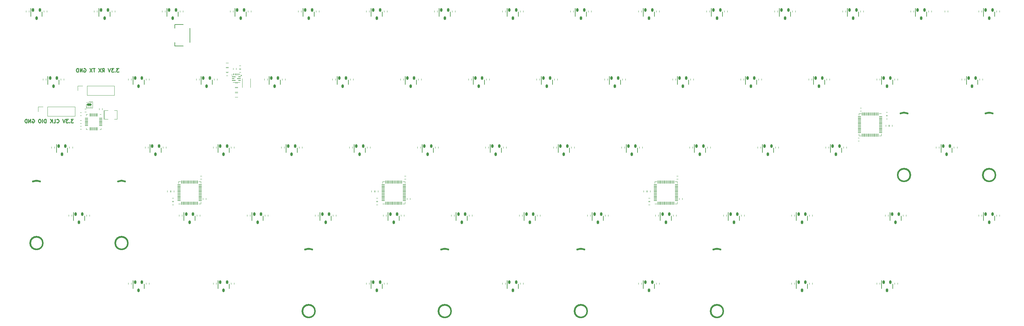
<source format=gbr>
%TF.GenerationSoftware,KiCad,Pcbnew,8.0.9*%
%TF.CreationDate,2025-06-30T23:39:47+07:00*%
%TF.ProjectId,Agar HE,41676172-2048-4452-9e6b-696361645f70,rev?*%
%TF.SameCoordinates,Original*%
%TF.FileFunction,Legend,Bot*%
%TF.FilePolarity,Positive*%
%FSLAX46Y46*%
G04 Gerber Fmt 4.6, Leading zero omitted, Abs format (unit mm)*
G04 Created by KiCad (PCBNEW 8.0.9) date 2025-06-30 23:39:47*
%MOMM*%
%LPD*%
G01*
G04 APERTURE LIST*
G04 Aperture macros list*
%AMRoundRect*
0 Rectangle with rounded corners*
0 $1 Rounding radius*
0 $2 $3 $4 $5 $6 $7 $8 $9 X,Y pos of 4 corners*
0 Add a 4 corners polygon primitive as box body*
4,1,4,$2,$3,$4,$5,$6,$7,$8,$9,$2,$3,0*
0 Add four circle primitives for the rounded corners*
1,1,$1+$1,$2,$3*
1,1,$1+$1,$4,$5*
1,1,$1+$1,$6,$7*
1,1,$1+$1,$8,$9*
0 Add four rect primitives between the rounded corners*
20,1,$1+$1,$2,$3,$4,$5,0*
20,1,$1+$1,$4,$5,$6,$7,0*
20,1,$1+$1,$6,$7,$8,$9,0*
20,1,$1+$1,$8,$9,$2,$3,0*%
%AMFreePoly0*
4,1,14,0.385355,0.085355,0.400000,0.050000,0.400000,0.020711,0.385355,-0.014644,0.314644,-0.085355,0.279289,-0.100000,-0.350000,-0.100000,-0.385355,-0.085355,-0.400000,-0.050000,-0.400000,0.050000,-0.385355,0.085355,-0.350000,0.100000,0.350000,0.100000,0.385355,0.085355,0.385355,0.085355,$1*%
%AMFreePoly1*
4,1,14,0.314644,0.085355,0.385355,0.014644,0.400000,-0.020711,0.400000,-0.050000,0.385355,-0.085355,0.350000,-0.100000,-0.350000,-0.100000,-0.385355,-0.085355,-0.400000,-0.050000,-0.400000,0.050000,-0.385355,0.085355,-0.350000,0.100000,0.279289,0.100000,0.314644,0.085355,0.314644,0.085355,$1*%
%AMFreePoly2*
4,1,14,0.085355,0.385355,0.100000,0.350000,0.100000,-0.350000,0.085355,-0.385355,0.050000,-0.400000,0.020711,-0.400000,-0.014644,-0.385355,-0.085355,-0.314644,-0.100000,-0.279289,-0.100000,0.350000,-0.085355,0.385355,-0.050000,0.400000,0.050000,0.400000,0.085355,0.385355,0.085355,0.385355,$1*%
%AMFreePoly3*
4,1,14,0.085355,0.385355,0.100000,0.350000,0.100000,-0.279289,0.085355,-0.314644,0.014644,-0.385355,-0.020711,-0.400000,-0.050000,-0.400000,-0.085355,-0.385355,-0.100000,-0.350000,-0.100000,0.350000,-0.085355,0.385355,-0.050000,0.400000,0.050000,0.400000,0.085355,0.385355,0.085355,0.385355,$1*%
%AMFreePoly4*
4,1,14,0.385355,0.085355,0.400000,0.050000,0.400000,-0.050000,0.385355,-0.085355,0.350000,-0.100000,-0.350000,-0.100000,-0.385355,-0.085355,-0.400000,-0.050000,-0.400000,-0.020711,-0.385355,0.014644,-0.314644,0.085355,-0.279289,0.100000,0.350000,0.100000,0.385355,0.085355,0.385355,0.085355,$1*%
%AMFreePoly5*
4,1,14,0.385355,0.085355,0.400000,0.050000,0.400000,-0.050000,0.385355,-0.085355,0.350000,-0.100000,-0.279289,-0.100000,-0.314644,-0.085355,-0.385355,-0.014644,-0.400000,0.020711,-0.400000,0.050000,-0.385355,0.085355,-0.350000,0.100000,0.350000,0.100000,0.385355,0.085355,0.385355,0.085355,$1*%
%AMFreePoly6*
4,1,14,0.014644,0.385355,0.085355,0.314644,0.100000,0.279289,0.100000,-0.350000,0.085355,-0.385355,0.050000,-0.400000,-0.050000,-0.400000,-0.085355,-0.385355,-0.100000,-0.350000,-0.100000,0.350000,-0.085355,0.385355,-0.050000,0.400000,-0.020711,0.400000,0.014644,0.385355,0.014644,0.385355,$1*%
%AMFreePoly7*
4,1,14,0.085355,0.385355,0.100000,0.350000,0.100000,-0.350000,0.085355,-0.385355,0.050000,-0.400000,-0.050000,-0.400000,-0.085355,-0.385355,-0.100000,-0.350000,-0.100000,0.279289,-0.085355,0.314644,-0.014644,0.385355,0.020711,0.400000,0.050000,0.400000,0.085355,0.385355,0.085355,0.385355,$1*%
G04 Aperture macros list end*
%ADD10C,0.250000*%
%ADD11C,0.153000*%
%ADD12C,0.120000*%
%ADD13C,0.500000*%
%ADD14C,0.150000*%
%ADD15C,3.800000*%
%ADD16C,1.750000*%
%ADD17RoundRect,0.150000X-0.150000X0.350000X-0.150000X-0.350000X0.150000X-0.350000X0.150000X0.350000X0*%
%ADD18R,0.620000X0.560000*%
%ADD19R,0.560000X0.620000*%
%ADD20R,0.800000X0.750000*%
%ADD21C,3.048000*%
%ADD22C,3.987800*%
%ADD23R,1.700000X1.700000*%
%ADD24O,1.700000X1.700000*%
%ADD25R,0.400000X1.900000*%
%ADD26RoundRect,0.050000X0.375000X0.050000X-0.375000X0.050000X-0.375000X-0.050000X0.375000X-0.050000X0*%
%ADD27RoundRect,0.050000X0.050000X0.375000X-0.050000X0.375000X-0.050000X-0.375000X0.050000X-0.375000X0*%
%ADD28R,4.200000X4.200000*%
%ADD29RoundRect,0.050000X0.275000X0.050000X-0.275000X0.050000X-0.275000X-0.050000X0.275000X-0.050000X0*%
%ADD30RoundRect,0.050000X0.450000X0.050000X-0.450000X0.050000X-0.450000X-0.050000X0.450000X-0.050000X0*%
%ADD31RoundRect,0.062500X0.062500X0.212500X-0.062500X0.212500X-0.062500X-0.212500X0.062500X-0.212500X0*%
%ADD32RoundRect,0.050000X-0.375000X-0.050000X0.375000X-0.050000X0.375000X0.050000X-0.375000X0.050000X0*%
%ADD33RoundRect,0.050000X-0.050000X-0.375000X0.050000X-0.375000X0.050000X0.375000X-0.050000X0.375000X0*%
%ADD34R,1.800000X1.200000*%
%ADD35R,1.550000X0.600000*%
%ADD36R,1.500000X1.000000*%
%ADD37RoundRect,0.062500X-0.062500X0.062500X-0.062500X-0.062500X0.062500X-0.062500X0.062500X0.062500X0*%
%ADD38RoundRect,0.175000X-0.475000X0.175000X-0.475000X-0.175000X0.475000X-0.175000X0.475000X0.175000X0*%
%ADD39FreePoly0,180.000000*%
%ADD40RoundRect,0.050000X0.350000X0.050000X-0.350000X0.050000X-0.350000X-0.050000X0.350000X-0.050000X0*%
%ADD41FreePoly1,180.000000*%
%ADD42FreePoly2,180.000000*%
%ADD43RoundRect,0.050000X0.050000X0.350000X-0.050000X0.350000X-0.050000X-0.350000X0.050000X-0.350000X0*%
%ADD44FreePoly3,180.000000*%
%ADD45FreePoly4,180.000000*%
%ADD46FreePoly5,180.000000*%
%ADD47FreePoly6,180.000000*%
%ADD48FreePoly7,180.000000*%
%ADD49R,2.650000X2.650000*%
G04 APERTURE END LIST*
D10*
X34126377Y-53262119D02*
X33507330Y-53262119D01*
X33507330Y-53262119D02*
X33840663Y-53643071D01*
X33840663Y-53643071D02*
X33697806Y-53643071D01*
X33697806Y-53643071D02*
X33602568Y-53690690D01*
X33602568Y-53690690D02*
X33554949Y-53738309D01*
X33554949Y-53738309D02*
X33507330Y-53833547D01*
X33507330Y-53833547D02*
X33507330Y-54071642D01*
X33507330Y-54071642D02*
X33554949Y-54166880D01*
X33554949Y-54166880D02*
X33602568Y-54214500D01*
X33602568Y-54214500D02*
X33697806Y-54262119D01*
X33697806Y-54262119D02*
X33983520Y-54262119D01*
X33983520Y-54262119D02*
X34078758Y-54214500D01*
X34078758Y-54214500D02*
X34126377Y-54166880D01*
X33078758Y-54166880D02*
X33031139Y-54214500D01*
X33031139Y-54214500D02*
X33078758Y-54262119D01*
X33078758Y-54262119D02*
X33126377Y-54214500D01*
X33126377Y-54214500D02*
X33078758Y-54166880D01*
X33078758Y-54166880D02*
X33078758Y-54262119D01*
X32697806Y-53262119D02*
X32078759Y-53262119D01*
X32078759Y-53262119D02*
X32412092Y-53643071D01*
X32412092Y-53643071D02*
X32269235Y-53643071D01*
X32269235Y-53643071D02*
X32173997Y-53690690D01*
X32173997Y-53690690D02*
X32126378Y-53738309D01*
X32126378Y-53738309D02*
X32078759Y-53833547D01*
X32078759Y-53833547D02*
X32078759Y-54071642D01*
X32078759Y-54071642D02*
X32126378Y-54166880D01*
X32126378Y-54166880D02*
X32173997Y-54214500D01*
X32173997Y-54214500D02*
X32269235Y-54262119D01*
X32269235Y-54262119D02*
X32554949Y-54262119D01*
X32554949Y-54262119D02*
X32650187Y-54214500D01*
X32650187Y-54214500D02*
X32697806Y-54166880D01*
X31793044Y-53262119D02*
X31459711Y-54262119D01*
X31459711Y-54262119D02*
X31126378Y-53262119D01*
X29459711Y-54166880D02*
X29507330Y-54214500D01*
X29507330Y-54214500D02*
X29650187Y-54262119D01*
X29650187Y-54262119D02*
X29745425Y-54262119D01*
X29745425Y-54262119D02*
X29888282Y-54214500D01*
X29888282Y-54214500D02*
X29983520Y-54119261D01*
X29983520Y-54119261D02*
X30031139Y-54024023D01*
X30031139Y-54024023D02*
X30078758Y-53833547D01*
X30078758Y-53833547D02*
X30078758Y-53690690D01*
X30078758Y-53690690D02*
X30031139Y-53500214D01*
X30031139Y-53500214D02*
X29983520Y-53404976D01*
X29983520Y-53404976D02*
X29888282Y-53309738D01*
X29888282Y-53309738D02*
X29745425Y-53262119D01*
X29745425Y-53262119D02*
X29650187Y-53262119D01*
X29650187Y-53262119D02*
X29507330Y-53309738D01*
X29507330Y-53309738D02*
X29459711Y-53357357D01*
X28554949Y-54262119D02*
X29031139Y-54262119D01*
X29031139Y-54262119D02*
X29031139Y-53262119D01*
X28221615Y-54262119D02*
X28221615Y-53262119D01*
X27650187Y-54262119D02*
X28078758Y-53690690D01*
X27650187Y-53262119D02*
X28221615Y-53833547D01*
X26459710Y-54262119D02*
X26459710Y-53262119D01*
X26459710Y-53262119D02*
X26221615Y-53262119D01*
X26221615Y-53262119D02*
X26078758Y-53309738D01*
X26078758Y-53309738D02*
X25983520Y-53404976D01*
X25983520Y-53404976D02*
X25935901Y-53500214D01*
X25935901Y-53500214D02*
X25888282Y-53690690D01*
X25888282Y-53690690D02*
X25888282Y-53833547D01*
X25888282Y-53833547D02*
X25935901Y-54024023D01*
X25935901Y-54024023D02*
X25983520Y-54119261D01*
X25983520Y-54119261D02*
X26078758Y-54214500D01*
X26078758Y-54214500D02*
X26221615Y-54262119D01*
X26221615Y-54262119D02*
X26459710Y-54262119D01*
X25459710Y-54262119D02*
X25459710Y-53262119D01*
X24793044Y-53262119D02*
X24602568Y-53262119D01*
X24602568Y-53262119D02*
X24507330Y-53309738D01*
X24507330Y-53309738D02*
X24412092Y-53404976D01*
X24412092Y-53404976D02*
X24364473Y-53595452D01*
X24364473Y-53595452D02*
X24364473Y-53928785D01*
X24364473Y-53928785D02*
X24412092Y-54119261D01*
X24412092Y-54119261D02*
X24507330Y-54214500D01*
X24507330Y-54214500D02*
X24602568Y-54262119D01*
X24602568Y-54262119D02*
X24793044Y-54262119D01*
X24793044Y-54262119D02*
X24888282Y-54214500D01*
X24888282Y-54214500D02*
X24983520Y-54119261D01*
X24983520Y-54119261D02*
X25031139Y-53928785D01*
X25031139Y-53928785D02*
X25031139Y-53595452D01*
X25031139Y-53595452D02*
X24983520Y-53404976D01*
X24983520Y-53404976D02*
X24888282Y-53309738D01*
X24888282Y-53309738D02*
X24793044Y-53262119D01*
X22650187Y-53309738D02*
X22745425Y-53262119D01*
X22745425Y-53262119D02*
X22888282Y-53262119D01*
X22888282Y-53262119D02*
X23031139Y-53309738D01*
X23031139Y-53309738D02*
X23126377Y-53404976D01*
X23126377Y-53404976D02*
X23173996Y-53500214D01*
X23173996Y-53500214D02*
X23221615Y-53690690D01*
X23221615Y-53690690D02*
X23221615Y-53833547D01*
X23221615Y-53833547D02*
X23173996Y-54024023D01*
X23173996Y-54024023D02*
X23126377Y-54119261D01*
X23126377Y-54119261D02*
X23031139Y-54214500D01*
X23031139Y-54214500D02*
X22888282Y-54262119D01*
X22888282Y-54262119D02*
X22793044Y-54262119D01*
X22793044Y-54262119D02*
X22650187Y-54214500D01*
X22650187Y-54214500D02*
X22602568Y-54166880D01*
X22602568Y-54166880D02*
X22602568Y-53833547D01*
X22602568Y-53833547D02*
X22793044Y-53833547D01*
X22173996Y-54262119D02*
X22173996Y-53262119D01*
X22173996Y-53262119D02*
X21602568Y-54262119D01*
X21602568Y-54262119D02*
X21602568Y-53262119D01*
X21126377Y-54262119D02*
X21126377Y-53262119D01*
X21126377Y-53262119D02*
X20888282Y-53262119D01*
X20888282Y-53262119D02*
X20745425Y-53309738D01*
X20745425Y-53309738D02*
X20650187Y-53404976D01*
X20650187Y-53404976D02*
X20602568Y-53500214D01*
X20602568Y-53500214D02*
X20554949Y-53690690D01*
X20554949Y-53690690D02*
X20554949Y-53833547D01*
X20554949Y-53833547D02*
X20602568Y-54024023D01*
X20602568Y-54024023D02*
X20650187Y-54119261D01*
X20650187Y-54119261D02*
X20745425Y-54214500D01*
X20745425Y-54214500D02*
X20888282Y-54262119D01*
X20888282Y-54262119D02*
X21126377Y-54262119D01*
X46859711Y-39062119D02*
X46240664Y-39062119D01*
X46240664Y-39062119D02*
X46573997Y-39443071D01*
X46573997Y-39443071D02*
X46431140Y-39443071D01*
X46431140Y-39443071D02*
X46335902Y-39490690D01*
X46335902Y-39490690D02*
X46288283Y-39538309D01*
X46288283Y-39538309D02*
X46240664Y-39633547D01*
X46240664Y-39633547D02*
X46240664Y-39871642D01*
X46240664Y-39871642D02*
X46288283Y-39966880D01*
X46288283Y-39966880D02*
X46335902Y-40014500D01*
X46335902Y-40014500D02*
X46431140Y-40062119D01*
X46431140Y-40062119D02*
X46716854Y-40062119D01*
X46716854Y-40062119D02*
X46812092Y-40014500D01*
X46812092Y-40014500D02*
X46859711Y-39966880D01*
X45812092Y-39966880D02*
X45764473Y-40014500D01*
X45764473Y-40014500D02*
X45812092Y-40062119D01*
X45812092Y-40062119D02*
X45859711Y-40014500D01*
X45859711Y-40014500D02*
X45812092Y-39966880D01*
X45812092Y-39966880D02*
X45812092Y-40062119D01*
X45431140Y-39062119D02*
X44812093Y-39062119D01*
X44812093Y-39062119D02*
X45145426Y-39443071D01*
X45145426Y-39443071D02*
X45002569Y-39443071D01*
X45002569Y-39443071D02*
X44907331Y-39490690D01*
X44907331Y-39490690D02*
X44859712Y-39538309D01*
X44859712Y-39538309D02*
X44812093Y-39633547D01*
X44812093Y-39633547D02*
X44812093Y-39871642D01*
X44812093Y-39871642D02*
X44859712Y-39966880D01*
X44859712Y-39966880D02*
X44907331Y-40014500D01*
X44907331Y-40014500D02*
X45002569Y-40062119D01*
X45002569Y-40062119D02*
X45288283Y-40062119D01*
X45288283Y-40062119D02*
X45383521Y-40014500D01*
X45383521Y-40014500D02*
X45431140Y-39966880D01*
X44526378Y-39062119D02*
X44193045Y-40062119D01*
X44193045Y-40062119D02*
X43859712Y-39062119D01*
X42193045Y-40062119D02*
X42526378Y-39585928D01*
X42764473Y-40062119D02*
X42764473Y-39062119D01*
X42764473Y-39062119D02*
X42383521Y-39062119D01*
X42383521Y-39062119D02*
X42288283Y-39109738D01*
X42288283Y-39109738D02*
X42240664Y-39157357D01*
X42240664Y-39157357D02*
X42193045Y-39252595D01*
X42193045Y-39252595D02*
X42193045Y-39395452D01*
X42193045Y-39395452D02*
X42240664Y-39490690D01*
X42240664Y-39490690D02*
X42288283Y-39538309D01*
X42288283Y-39538309D02*
X42383521Y-39585928D01*
X42383521Y-39585928D02*
X42764473Y-39585928D01*
X41859711Y-39062119D02*
X41193045Y-40062119D01*
X41193045Y-39062119D02*
X41859711Y-40062119D01*
X40193044Y-39062119D02*
X39621616Y-39062119D01*
X39907330Y-40062119D02*
X39907330Y-39062119D01*
X39383520Y-39062119D02*
X38716854Y-40062119D01*
X38716854Y-39062119D02*
X39383520Y-40062119D01*
X37050187Y-39109738D02*
X37145425Y-39062119D01*
X37145425Y-39062119D02*
X37288282Y-39062119D01*
X37288282Y-39062119D02*
X37431139Y-39109738D01*
X37431139Y-39109738D02*
X37526377Y-39204976D01*
X37526377Y-39204976D02*
X37573996Y-39300214D01*
X37573996Y-39300214D02*
X37621615Y-39490690D01*
X37621615Y-39490690D02*
X37621615Y-39633547D01*
X37621615Y-39633547D02*
X37573996Y-39824023D01*
X37573996Y-39824023D02*
X37526377Y-39919261D01*
X37526377Y-39919261D02*
X37431139Y-40014500D01*
X37431139Y-40014500D02*
X37288282Y-40062119D01*
X37288282Y-40062119D02*
X37193044Y-40062119D01*
X37193044Y-40062119D02*
X37050187Y-40014500D01*
X37050187Y-40014500D02*
X37002568Y-39966880D01*
X37002568Y-39966880D02*
X37002568Y-39633547D01*
X37002568Y-39633547D02*
X37193044Y-39633547D01*
X36573996Y-40062119D02*
X36573996Y-39062119D01*
X36573996Y-39062119D02*
X36002568Y-40062119D01*
X36002568Y-40062119D02*
X36002568Y-39062119D01*
X35526377Y-40062119D02*
X35526377Y-39062119D01*
X35526377Y-39062119D02*
X35288282Y-39062119D01*
X35288282Y-39062119D02*
X35145425Y-39109738D01*
X35145425Y-39109738D02*
X35050187Y-39204976D01*
X35050187Y-39204976D02*
X35002568Y-39300214D01*
X35002568Y-39300214D02*
X34954949Y-39490690D01*
X34954949Y-39490690D02*
X34954949Y-39633547D01*
X34954949Y-39633547D02*
X35002568Y-39824023D01*
X35002568Y-39824023D02*
X35050187Y-39919261D01*
X35050187Y-39919261D02*
X35145425Y-40014500D01*
X35145425Y-40014500D02*
X35288282Y-40062119D01*
X35288282Y-40062119D02*
X35526377Y-40062119D01*
D11*
%TO.C,U42*%
X131790000Y-61932501D02*
X131790000Y-60257500D01*
X131790000Y-61932501D02*
X131790000Y-62582500D01*
X134910000Y-61932501D02*
X134910000Y-61282500D01*
X134910000Y-61932501D02*
X134910000Y-62582500D01*
D12*
%TO.C,C140*%
X206625000Y-61362500D02*
X206625000Y-60962500D01*
X207475000Y-61362500D02*
X207475000Y-60962500D01*
%TO.C,C160*%
X49462500Y-99462500D02*
X49462500Y-99062500D01*
X50312500Y-99462500D02*
X50312500Y-99062500D01*
%TO.C,C141*%
X225675000Y-61362500D02*
X225675000Y-60962500D01*
X226525000Y-61362500D02*
X226525000Y-60962500D01*
D11*
%TO.C,U58*%
X141315000Y-80982501D02*
X141315000Y-79307500D01*
X141315000Y-80982501D02*
X141315000Y-81632500D01*
X144435000Y-80982501D02*
X144435000Y-80332500D01*
X144435000Y-80982501D02*
X144435000Y-81632500D01*
D12*
%TO.C,C168*%
X37728750Y-50392500D02*
X37328750Y-50392500D01*
X37728750Y-51242500D02*
X37328750Y-51242500D01*
%TO.C,C162*%
X116137500Y-99462500D02*
X116137500Y-99062500D01*
X116987500Y-99462500D02*
X116987500Y-99062500D01*
%TO.C,C29*%
X264012500Y-42312500D02*
X264012500Y-41912500D01*
X264862500Y-42312500D02*
X264862500Y-41912500D01*
%TO.C,C120*%
X87562500Y-42312500D02*
X87562500Y-41912500D01*
X88412500Y-42312500D02*
X88412500Y-41912500D01*
%TO.C,C128*%
X239962500Y-42312500D02*
X239962500Y-41912500D01*
X240812500Y-42312500D02*
X240812500Y-41912500D01*
%TO.C,C147*%
X63750000Y-80412500D02*
X63750000Y-80012500D01*
X64600000Y-80412500D02*
X64600000Y-80012500D01*
%TO.C,C108*%
X154237500Y-23262500D02*
X154237500Y-22862500D01*
X155087500Y-23262500D02*
X155087500Y-22862500D01*
D11*
%TO.C,U11*%
X117502500Y-23832501D02*
X117502500Y-22157500D01*
X117502500Y-23832501D02*
X117502500Y-24482500D01*
X120622500Y-23832501D02*
X120622500Y-23182500D01*
X120622500Y-23832501D02*
X120622500Y-24482500D01*
D12*
%TO.C,C67*%
X61795000Y-76393750D02*
X62195000Y-76393750D01*
X61795000Y-77243750D02*
X62195000Y-77243750D01*
%TO.C,C170*%
X76821875Y-38871875D02*
X77521875Y-38871875D01*
X77521875Y-40071875D02*
X76821875Y-40071875D01*
%TO.C,C101*%
X20887500Y-23262500D02*
X20887500Y-22862500D01*
X21737500Y-23262500D02*
X21737500Y-22862500D01*
%TO.C,C25*%
X187812500Y-42312500D02*
X187812500Y-41912500D01*
X188662500Y-42312500D02*
X188662500Y-41912500D01*
%TO.C,C43*%
X249725000Y-61362500D02*
X249725000Y-60962500D01*
X250575000Y-61362500D02*
X250575000Y-60962500D01*
%TO.C,C165*%
X235200000Y-99462500D02*
X235200000Y-99062500D01*
X236050000Y-99462500D02*
X236050000Y-99062500D01*
%TO.C,C104*%
X78037500Y-23262500D02*
X78037500Y-22862500D01*
X78887500Y-23262500D02*
X78887500Y-22862500D01*
%TO.C,C151*%
X139950000Y-80412500D02*
X139950000Y-80012500D01*
X140800000Y-80412500D02*
X140800000Y-80012500D01*
D11*
%TO.C,U80*%
X193702500Y-98357500D02*
X193702500Y-100032500D01*
X193702500Y-100682500D02*
X193702500Y-100032500D01*
X196822500Y-99382500D02*
X196822500Y-100032500D01*
X196822500Y-100682500D02*
X196822500Y-100032500D01*
D13*
X175212500Y-89757500D02*
G75*
G02*
X177211449Y-89756975I1000000J-2000000D01*
G01*
X213312500Y-89757502D02*
G75*
G02*
X215311449Y-89756977I1000000J-1999998D01*
G01*
X177962500Y-106997500D02*
G75*
G02*
X174462500Y-106997500I-1750000J0D01*
G01*
X174462500Y-106997500D02*
G75*
G02*
X177962500Y-106997500I1750000J0D01*
G01*
X216062500Y-106997500D02*
G75*
G02*
X212562500Y-106997500I-1750000J0D01*
G01*
X212562500Y-106997500D02*
G75*
G02*
X216062500Y-106997500I1750000J0D01*
G01*
D12*
%TO.C,J2*%
X24290000Y-49782500D02*
X25620000Y-49782500D01*
X24290000Y-51112500D02*
X24290000Y-49782500D01*
X26890000Y-52442500D02*
X26890000Y-49782500D01*
X34570000Y-49782500D02*
X26890000Y-49782500D01*
X34570000Y-52442500D02*
X26890000Y-52442500D01*
X34570000Y-52442500D02*
X34570000Y-49782500D01*
D11*
%TO.C,U32*%
X222277500Y-42882501D02*
X222277500Y-41207500D01*
X222277500Y-42882501D02*
X222277500Y-43532500D01*
X225397500Y-42882501D02*
X225397500Y-42232500D01*
X225397500Y-42882501D02*
X225397500Y-43532500D01*
D12*
%TO.C,Y1*%
X42608750Y-50817500D02*
X42608750Y-51217500D01*
X42608750Y-51217500D02*
X42608750Y-53217500D01*
X42808750Y-50817500D02*
X42808750Y-51217500D01*
X42808750Y-50817500D02*
X43808750Y-50817500D01*
X42808750Y-53217500D02*
X42808750Y-51217500D01*
X43808750Y-53217500D02*
X42808750Y-53217500D01*
X45608750Y-50817500D02*
X46408750Y-50817500D01*
X46408750Y-50817500D02*
X46408750Y-51217500D01*
X46408750Y-51217500D02*
X46408750Y-53217500D01*
X46408750Y-53217500D02*
X45608750Y-53217500D01*
%TO.C,C3*%
X63987500Y-23262500D02*
X63987500Y-22862500D01*
X64837500Y-23262500D02*
X64837500Y-22862500D01*
%TO.C,C79*%
X195145000Y-76393750D02*
X195545000Y-76393750D01*
X195145000Y-77243750D02*
X195545000Y-77243750D01*
D11*
%TO.C,U41*%
X112740000Y-61932501D02*
X112740000Y-60257500D01*
X112740000Y-61932501D02*
X112740000Y-62582500D01*
X115860000Y-61932501D02*
X115860000Y-61282500D01*
X115860000Y-61932501D02*
X115860000Y-62582500D01*
D12*
%TO.C,C36*%
X116375000Y-61362500D02*
X116375000Y-60962500D01*
X117225000Y-61362500D02*
X117225000Y-60962500D01*
%TO.C,C49*%
X87800000Y-80412500D02*
X87800000Y-80012500D01*
X88650000Y-80412500D02*
X88650000Y-80012500D01*
%TO.C,R2*%
X80971875Y-38246875D02*
X80571875Y-38246875D01*
X80971875Y-39096875D02*
X80571875Y-39096875D01*
%TO.C,C137*%
X149475000Y-61362500D02*
X149475000Y-60962500D01*
X150325000Y-61362500D02*
X150325000Y-60962500D01*
%TO.C,C77*%
X203800000Y-75338750D02*
X203800000Y-75738750D01*
X204650000Y-75338750D02*
X204650000Y-75738750D01*
D11*
%TO.C,U30*%
X184177500Y-42882501D02*
X184177500Y-41207500D01*
X184177500Y-42882501D02*
X184177500Y-43532500D01*
X187297500Y-42882501D02*
X187297500Y-42232500D01*
X187297500Y-42882501D02*
X187297500Y-43532500D01*
D12*
%TO.C,C123*%
X144712500Y-42312500D02*
X144712500Y-41912500D01*
X145562500Y-42312500D02*
X145562500Y-41912500D01*
D11*
%TO.C,U38*%
X55590000Y-61932501D02*
X55590000Y-60257500D01*
X55590000Y-61932501D02*
X55590000Y-62582500D01*
X58710000Y-61932501D02*
X58710000Y-61282500D01*
X58710000Y-61932501D02*
X58710000Y-62582500D01*
D12*
%TO.C,C153*%
X178050000Y-80412500D02*
X178050000Y-80012500D01*
X178900000Y-80412500D02*
X178900000Y-80012500D01*
D11*
%TO.C,U79*%
X117502500Y-98357500D02*
X117502500Y-100032500D01*
X117502500Y-100682500D02*
X117502500Y-100032500D01*
X120622500Y-99382500D02*
X120622500Y-100032500D01*
X120622500Y-100682500D02*
X120622500Y-100032500D01*
D13*
X99012500Y-89757500D02*
G75*
G02*
X101011449Y-89756975I1000000J-2000000D01*
G01*
X137112500Y-89757502D02*
G75*
G02*
X139111449Y-89756977I1000000J-1999998D01*
G01*
X101762500Y-106997500D02*
G75*
G02*
X98262500Y-106997500I-1750000J0D01*
G01*
X98262500Y-106997500D02*
G75*
G02*
X101762500Y-106997500I1750000J0D01*
G01*
X139862500Y-106997500D02*
G75*
G02*
X136362500Y-106997500I-1750000J0D01*
G01*
X136362500Y-106997500D02*
G75*
G02*
X139862500Y-106997500I1750000J0D01*
G01*
D12*
%TO.C,C145*%
X32793750Y-80412500D02*
X32793750Y-80012500D01*
X33643750Y-80412500D02*
X33643750Y-80012500D01*
%TO.C,C13*%
X254487500Y-23262500D02*
X254487500Y-22862500D01*
X255337500Y-23262500D02*
X255337500Y-22862500D01*
%TO.C,C58*%
X266393750Y-80412500D02*
X266393750Y-80012500D01*
X267243750Y-80412500D02*
X267243750Y-80012500D01*
%TO.C,C124*%
X163762500Y-42312500D02*
X163762500Y-41912500D01*
X164612500Y-42312500D02*
X164612500Y-41912500D01*
D11*
%TO.C,U8*%
X60352500Y-23832501D02*
X60352500Y-22157500D01*
X60352500Y-23832501D02*
X60352500Y-24482500D01*
X63472500Y-23832501D02*
X63472500Y-23182500D01*
X63472500Y-23832501D02*
X63472500Y-24482500D01*
D12*
%TO.C,C142*%
X244725000Y-61362500D02*
X244725000Y-60962500D01*
X245575000Y-61362500D02*
X245575000Y-60962500D01*
D11*
%TO.C,U65*%
X288952500Y-80982501D02*
X288952500Y-79307500D01*
X288952500Y-80982501D02*
X288952500Y-81632500D01*
X292072500Y-80982501D02*
X292072500Y-80332500D01*
X292072500Y-80982501D02*
X292072500Y-81632500D01*
%TO.C,U57*%
X122265000Y-80982501D02*
X122265000Y-79307500D01*
X122265000Y-80982501D02*
X122265000Y-81632500D01*
X125385000Y-80982501D02*
X125385000Y-80332500D01*
X125385000Y-80982501D02*
X125385000Y-81632500D01*
%TO.C,U84*%
X155602500Y-100032501D02*
X155602500Y-98357500D01*
X155602500Y-100032501D02*
X155602500Y-100682500D01*
X158722500Y-100032501D02*
X158722500Y-99382500D01*
X158722500Y-100032501D02*
X158722500Y-100682500D01*
D12*
%TO.C,C91*%
X121137500Y-99462500D02*
X121137500Y-99062500D01*
X121987500Y-99462500D02*
X121987500Y-99062500D01*
D11*
%TO.C,U60*%
X179415000Y-80982501D02*
X179415000Y-79307500D01*
X179415000Y-80982501D02*
X179415000Y-81632500D01*
X182535000Y-80982501D02*
X182535000Y-80332500D01*
X182535000Y-80982501D02*
X182535000Y-81632500D01*
D12*
%TO.C,C115*%
X278062500Y-23262500D02*
X278062500Y-22862500D01*
X278912500Y-23262500D02*
X278912500Y-22862500D01*
%TO.C,C15*%
X292587500Y-23262500D02*
X292587500Y-22862500D01*
X293437500Y-23262500D02*
X293437500Y-22862500D01*
%TO.C,C82*%
X194800000Y-73678750D02*
X194800000Y-73278750D01*
X195650000Y-73678750D02*
X195650000Y-73278750D01*
%TO.C,C95*%
X264012500Y-99462500D02*
X264012500Y-99062500D01*
X264862500Y-99462500D02*
X264862500Y-99062500D01*
%TO.C,C59*%
X292587500Y-80412500D02*
X292587500Y-80012500D01*
X293437500Y-80412500D02*
X293437500Y-80012500D01*
%TO.C,C76*%
X118600000Y-73678750D02*
X118600000Y-73278750D01*
X119450000Y-73678750D02*
X119450000Y-73278750D01*
%TO.C,C83*%
X254775000Y-50143750D02*
X254375000Y-50143750D01*
X254775000Y-50993750D02*
X254375000Y-50993750D01*
%TO.C,C69*%
X60450000Y-73678750D02*
X60450000Y-73278750D01*
X61300000Y-73678750D02*
X61300000Y-73278750D01*
%TO.C,C125*%
X182812500Y-42312500D02*
X182812500Y-41912500D01*
X183662500Y-42312500D02*
X183662500Y-41912500D01*
%TO.C,C116*%
X287587500Y-23262500D02*
X287587500Y-22862500D01*
X288437500Y-23262500D02*
X288437500Y-22862500D01*
%TO.C,C81*%
X193800000Y-73678750D02*
X193800000Y-73278750D01*
X194650000Y-73678750D02*
X194650000Y-73278750D01*
%TO.C,C17*%
X30650000Y-42312500D02*
X30650000Y-41912500D01*
X31500000Y-42312500D02*
X31500000Y-41912500D01*
D11*
%TO.C,U62*%
X217515000Y-80982501D02*
X217515000Y-79307500D01*
X217515000Y-80982501D02*
X217515000Y-81632500D01*
X220635000Y-80982501D02*
X220635000Y-80332500D01*
X220635000Y-80982501D02*
X220635000Y-81632500D01*
D12*
%TO.C,C84*%
X262055000Y-52343750D02*
X261655000Y-52343750D01*
X262055000Y-53193750D02*
X261655000Y-53193750D01*
%TO.C,C35*%
X97325000Y-61362500D02*
X97325000Y-60962500D01*
X98175000Y-61362500D02*
X98175000Y-60962500D01*
%TO.C,C131*%
X28031250Y-61362500D02*
X28031250Y-60962500D01*
X28881250Y-61362500D02*
X28881250Y-60962500D01*
%TO.C,C34*%
X78275000Y-61362500D02*
X78275000Y-60962500D01*
X79125000Y-61362500D02*
X79125000Y-60962500D01*
%TO.C,C155*%
X216150000Y-80412500D02*
X216150000Y-80012500D01*
X217000000Y-80412500D02*
X217000000Y-80012500D01*
%TO.C,U5*%
X254065000Y-51658750D02*
X254615000Y-51658750D01*
X254065000Y-52208750D02*
X254065000Y-51658750D01*
X254065000Y-57328750D02*
X254065000Y-57878750D01*
X254065000Y-57878750D02*
X254615000Y-57878750D01*
X260285000Y-51658750D02*
X259735000Y-51658750D01*
X260285000Y-57328750D02*
X260285000Y-57878750D01*
X260285000Y-57878750D02*
X259735000Y-57878750D01*
%TO.C,C24*%
X168762500Y-42312500D02*
X168762500Y-41912500D01*
X169612500Y-42312500D02*
X169612500Y-41912500D01*
%TO.C,C106*%
X116137500Y-23262500D02*
X116137500Y-22862500D01*
X116987500Y-23262500D02*
X116987500Y-22862500D01*
%TO.C,C63*%
X54462500Y-99462500D02*
X54462500Y-99062500D01*
X55312500Y-99462500D02*
X55312500Y-99062500D01*
%TO.C,C93*%
X197337500Y-99462500D02*
X197337500Y-99062500D01*
X198187500Y-99462500D02*
X198187500Y-99062500D01*
%TO.C,C156*%
X235200000Y-80412500D02*
X235200000Y-80012500D01*
X236050000Y-80412500D02*
X236050000Y-80012500D01*
%TO.C,C127*%
X220912500Y-42312500D02*
X220912500Y-41912500D01*
X221762500Y-42312500D02*
X221762500Y-41912500D01*
%TO.C,U88*%
X78541875Y-40681875D02*
X78541875Y-41061875D01*
X78781875Y-42901875D02*
X80761875Y-42901875D01*
X81261875Y-41061875D02*
X80981875Y-41061875D01*
X80981875Y-40781875D01*
X81261875Y-41061875D01*
G36*
X81261875Y-41061875D02*
G01*
X80981875Y-41061875D01*
X80981875Y-40781875D01*
X81261875Y-41061875D01*
G37*
%TO.C,C6*%
X121137500Y-23262500D02*
X121137500Y-22862500D01*
X121987500Y-23262500D02*
X121987500Y-22862500D01*
%TO.C,U3*%
X120715000Y-70708750D02*
X121265000Y-70708750D01*
X120715000Y-71258750D02*
X120715000Y-70708750D01*
X120715000Y-76928750D02*
X121265000Y-76928750D01*
X126935000Y-70708750D02*
X126385000Y-70708750D01*
X126935000Y-71258750D02*
X126935000Y-70708750D01*
X126935000Y-76378750D02*
X126935000Y-76928750D01*
X126935000Y-76928750D02*
X126385000Y-76928750D01*
%TO.C,C68*%
X70075000Y-69193750D02*
X69675000Y-69193750D01*
X70075000Y-70043750D02*
X69675000Y-70043750D01*
%TO.C,C18*%
X54462500Y-42312500D02*
X54462500Y-41912500D01*
X55312500Y-42312500D02*
X55312500Y-41912500D01*
%TO.C,C86*%
X253775000Y-58543750D02*
X254175000Y-58543750D01*
X253775000Y-59393750D02*
X254175000Y-59393750D01*
%TO.C,C54*%
X183050000Y-80412500D02*
X183050000Y-80012500D01*
X183900000Y-80412500D02*
X183900000Y-80012500D01*
D11*
%TO.C,U20*%
X288952500Y-23832501D02*
X288952500Y-22157500D01*
X288952500Y-23832501D02*
X288952500Y-24482500D01*
X292072500Y-23832501D02*
X292072500Y-23182500D01*
X292072500Y-23832501D02*
X292072500Y-24482500D01*
D12*
%TO.C,C164*%
X192337500Y-99462500D02*
X192337500Y-99062500D01*
X193187500Y-99462500D02*
X193187500Y-99062500D01*
D11*
%TO.C,U44*%
X169890000Y-61932501D02*
X169890000Y-60257500D01*
X169890000Y-61932501D02*
X169890000Y-62582500D01*
X173010000Y-61932501D02*
X173010000Y-61282500D01*
X173010000Y-61932501D02*
X173010000Y-62582500D01*
D12*
%TO.C,C41*%
X211625000Y-61362500D02*
X211625000Y-60962500D01*
X212475000Y-61362500D02*
X212475000Y-60962500D01*
D11*
%TO.C,U28*%
X146077500Y-42882501D02*
X146077500Y-41207500D01*
X146077500Y-42882501D02*
X146077500Y-43532500D01*
X149197500Y-42882501D02*
X149197500Y-42232500D01*
X149197500Y-42882501D02*
X149197500Y-43532500D01*
%TO.C,U46*%
X207990000Y-61932501D02*
X207990000Y-60257500D01*
X207990000Y-61932501D02*
X207990000Y-62582500D01*
X211110000Y-61932501D02*
X211110000Y-61282500D01*
X211110000Y-61932501D02*
X211110000Y-62582500D01*
D12*
%TO.C,C92*%
X159237500Y-99462500D02*
X159237500Y-99062500D01*
X160087500Y-99462500D02*
X160087500Y-99062500D01*
%TO.C,C109*%
X173287500Y-23262500D02*
X173287500Y-22862500D01*
X174137500Y-23262500D02*
X174137500Y-22862500D01*
%TO.C,C139*%
X187575000Y-61362500D02*
X187575000Y-60962500D01*
X188425000Y-61362500D02*
X188425000Y-60962500D01*
D11*
%TO.C,U9*%
X79402500Y-23832501D02*
X79402500Y-22157500D01*
X79402500Y-23832501D02*
X79402500Y-24482500D01*
X82522500Y-23832501D02*
X82522500Y-23182500D01*
X82522500Y-23832501D02*
X82522500Y-24482500D01*
%TO.C,U22*%
X27015000Y-41207500D02*
X27015000Y-42882500D01*
X27015000Y-43532500D02*
X27015000Y-42882500D01*
X30135000Y-42232500D02*
X30135000Y-42882500D01*
X30135000Y-43532500D02*
X30135000Y-42882500D01*
%TO.C,U10*%
X98452500Y-23832501D02*
X98452500Y-22157500D01*
X98452500Y-23832501D02*
X98452500Y-24482500D01*
X101572500Y-23832501D02*
X101572500Y-23182500D01*
X101572500Y-23832501D02*
X101572500Y-24482500D01*
%TO.C,U33*%
X241327500Y-42882501D02*
X241327500Y-41207500D01*
X241327500Y-42882501D02*
X241327500Y-43532500D01*
X244447500Y-42882501D02*
X244447500Y-42232500D01*
X244447500Y-42882501D02*
X244447500Y-43532500D01*
D12*
%TO.C,C71*%
X127600000Y-75338750D02*
X127600000Y-75738750D01*
X128450000Y-75338750D02*
X128450000Y-75738750D01*
D11*
%TO.C,U51*%
X34158750Y-80982501D02*
X34158750Y-79307500D01*
X34158750Y-80982501D02*
X34158750Y-81632500D01*
X37278750Y-80982501D02*
X37278750Y-80332500D01*
X37278750Y-80982501D02*
X37278750Y-81632500D01*
D13*
X22812500Y-70707500D02*
G75*
G02*
X24811449Y-70706975I1000000J-2000020D01*
G01*
X46625000Y-70707500D02*
G75*
G02*
X48623949Y-70706975I1000000J-1999998D01*
G01*
X25562500Y-87947500D02*
G75*
G02*
X22062500Y-87947500I-1750000J0D01*
G01*
X22062500Y-87947500D02*
G75*
G02*
X25562500Y-87947500I1750000J0D01*
G01*
X49375000Y-87947500D02*
G75*
G02*
X45875000Y-87947500I-1750000J0D01*
G01*
X45875000Y-87947500D02*
G75*
G02*
X49375000Y-87947500I1750000J0D01*
G01*
D12*
%TO.C,C65*%
X70450000Y-75338750D02*
X70450000Y-75738750D01*
X71300000Y-75338750D02*
X71300000Y-75738750D01*
%TO.C,C64*%
X78275000Y-99462500D02*
X78275000Y-99062500D01*
X79125000Y-99462500D02*
X79125000Y-99062500D01*
D11*
%TO.C,U18*%
X250852500Y-23832501D02*
X250852500Y-22157500D01*
X250852500Y-23832501D02*
X250852500Y-24482500D01*
X253972500Y-23832501D02*
X253972500Y-23182500D01*
X253972500Y-23832501D02*
X253972500Y-24482500D01*
D12*
%TO.C,C1*%
X25887500Y-23262500D02*
X25887500Y-22862500D01*
X26737500Y-23262500D02*
X26737500Y-22862500D01*
D11*
%TO.C,U7*%
X41302500Y-23832501D02*
X41302500Y-22157500D01*
X41302500Y-23832501D02*
X41302500Y-24482500D01*
X44422500Y-23832501D02*
X44422500Y-23182500D01*
X44422500Y-23832501D02*
X44422500Y-24482500D01*
D12*
%TO.C,C148*%
X82800000Y-80412500D02*
X82800000Y-80012500D01*
X83650000Y-80412500D02*
X83650000Y-80012500D01*
D11*
%TO.C,U64*%
X262758750Y-79307500D02*
X262758750Y-80982500D01*
X262758750Y-81632500D02*
X262758750Y-80982500D01*
X265878750Y-80332500D02*
X265878750Y-80982500D01*
X265878750Y-81632500D02*
X265878750Y-80982500D01*
%TO.C,U15*%
X193702500Y-23832501D02*
X193702500Y-22157500D01*
X193702500Y-23832501D02*
X193702500Y-24482500D01*
X196822500Y-23832501D02*
X196822500Y-23182500D01*
X196822500Y-23832501D02*
X196822500Y-24482500D01*
D12*
%TO.C,C85*%
X262055000Y-51343750D02*
X261655000Y-51343750D01*
X262055000Y-52193750D02*
X261655000Y-52193750D01*
%TO.C,C46*%
X37793750Y-80412500D02*
X37793750Y-80012500D01*
X38643750Y-80412500D02*
X38643750Y-80012500D01*
%TO.C,U2*%
X63565000Y-70708750D02*
X64115000Y-70708750D01*
X63565000Y-71258750D02*
X63565000Y-70708750D01*
X63565000Y-76928750D02*
X64115000Y-76928750D01*
X69785000Y-70708750D02*
X69235000Y-70708750D01*
X69785000Y-71258750D02*
X69785000Y-70708750D01*
X69785000Y-76378750D02*
X69785000Y-76928750D01*
X69785000Y-76928750D02*
X69235000Y-76928750D01*
%TO.C,C175*%
X79421875Y-45871875D02*
X80121875Y-45871875D01*
X80121875Y-47071875D02*
X79421875Y-47071875D01*
D11*
%TO.C,U43*%
X150840000Y-61932501D02*
X150840000Y-60257500D01*
X150840000Y-61932501D02*
X150840000Y-62582500D01*
X153960000Y-61932501D02*
X153960000Y-61282500D01*
X153960000Y-61932501D02*
X153960000Y-62582500D01*
D12*
%TO.C,C14*%
X273537500Y-23262500D02*
X273537500Y-22862500D01*
X274387500Y-23262500D02*
X274387500Y-22862500D01*
D11*
%TO.C,U29*%
X165127500Y-42882501D02*
X165127500Y-41207500D01*
X165127500Y-42882501D02*
X165127500Y-43532500D01*
X168247500Y-42882501D02*
X168247500Y-42232500D01*
X168247500Y-42882501D02*
X168247500Y-43532500D01*
%TO.C,U45*%
X188940000Y-61932501D02*
X188940000Y-60257500D01*
X188940000Y-61932501D02*
X188940000Y-62582500D01*
X192060000Y-61932501D02*
X192060000Y-61282500D01*
X192060000Y-61932501D02*
X192060000Y-62582500D01*
D12*
%TO.C,C89*%
X41383750Y-50217500D02*
X41383750Y-50617500D01*
X42233750Y-50217500D02*
X42233750Y-50617500D01*
D11*
%TO.C,U36*%
X29396250Y-60257500D02*
X29396250Y-61932500D01*
X29396250Y-62582500D02*
X29396250Y-61932500D01*
X32516250Y-61282500D02*
X32516250Y-61932500D01*
X32516250Y-62582500D02*
X32516250Y-61932500D01*
D12*
%TO.C,C121*%
X106612500Y-42312500D02*
X106612500Y-41912500D01*
X107462500Y-42312500D02*
X107462500Y-41912500D01*
%TO.C,C40*%
X192575000Y-61362500D02*
X192575000Y-60962500D01*
X193425000Y-61362500D02*
X193425000Y-60962500D01*
%TO.C,C87*%
X262550000Y-54908750D02*
X262550000Y-55308750D01*
X263400000Y-54908750D02*
X263400000Y-55308750D01*
D11*
%TO.C,U19*%
X269902500Y-23832501D02*
X269902500Y-22157500D01*
X269902500Y-23832501D02*
X269902500Y-24482500D01*
X273022500Y-23832501D02*
X273022500Y-23182500D01*
X273022500Y-23832501D02*
X273022500Y-24482500D01*
D12*
%TO.C,C130*%
X282825000Y-42312500D02*
X282825000Y-41912500D01*
X283675000Y-42312500D02*
X283675000Y-41912500D01*
%TO.C,C12*%
X235437500Y-23262500D02*
X235437500Y-22862500D01*
X236287500Y-23262500D02*
X236287500Y-22862500D01*
%TO.C,J3*%
X35351250Y-43913750D02*
X36681250Y-43913750D01*
X35351250Y-45243750D02*
X35351250Y-43913750D01*
X37951250Y-46573750D02*
X37951250Y-43913750D01*
X45631250Y-43913750D02*
X37951250Y-43913750D01*
X45631250Y-46573750D02*
X37951250Y-46573750D01*
X45631250Y-46573750D02*
X45631250Y-43913750D01*
D11*
%TO.C,U54*%
X65115000Y-80982501D02*
X65115000Y-79307500D01*
X65115000Y-80982501D02*
X65115000Y-81632500D01*
X68235000Y-80982501D02*
X68235000Y-80332500D01*
X68235000Y-80982501D02*
X68235000Y-81632500D01*
D12*
%TO.C,C107*%
X135187500Y-23262500D02*
X135187500Y-22862500D01*
X136037500Y-23262500D02*
X136037500Y-22862500D01*
%TO.C,C38*%
X154475000Y-61362500D02*
X154475000Y-60962500D01*
X155325000Y-61362500D02*
X155325000Y-60962500D01*
D11*
%TO.C,U31*%
X203227500Y-42882501D02*
X203227500Y-41207500D01*
X203227500Y-42882501D02*
X203227500Y-43532500D01*
X206347500Y-42882501D02*
X206347500Y-42232500D01*
X206347500Y-42882501D02*
X206347500Y-43532500D01*
%TO.C,U26*%
X107977500Y-42882501D02*
X107977500Y-41207500D01*
X107977500Y-42882501D02*
X107977500Y-43532500D01*
X111097500Y-42882501D02*
X111097500Y-42232500D01*
X111097500Y-42882501D02*
X111097500Y-43532500D01*
%TO.C,U6*%
X22252500Y-23832501D02*
X22252500Y-22157500D01*
X22252500Y-23832501D02*
X22252500Y-24482500D01*
X25372500Y-23832501D02*
X25372500Y-23182500D01*
X25372500Y-23832501D02*
X25372500Y-24482500D01*
D12*
%TO.C,C119*%
X68512500Y-42312500D02*
X68512500Y-41912500D01*
X69362500Y-42312500D02*
X69362500Y-41912500D01*
D11*
%TO.C,U55*%
X84165000Y-80982501D02*
X84165000Y-79307500D01*
X84165000Y-80982501D02*
X84165000Y-81632500D01*
X87285000Y-80982501D02*
X87285000Y-80332500D01*
X87285000Y-80982501D02*
X87285000Y-81632500D01*
D12*
%TO.C,C42*%
X230675000Y-61362500D02*
X230675000Y-60962500D01*
X231525000Y-61362500D02*
X231525000Y-60962500D01*
%TO.C,C110*%
X192337500Y-23262500D02*
X192337500Y-22862500D01*
X193187500Y-23262500D02*
X193187500Y-22862500D01*
%TO.C,R1*%
X36008750Y-51392500D02*
X36408750Y-51392500D01*
X36008750Y-52242500D02*
X36408750Y-52242500D01*
%TO.C,C157*%
X261393750Y-80412500D02*
X261393750Y-80012500D01*
X262243750Y-80412500D02*
X262243750Y-80012500D01*
%TO.C,C88*%
X261550000Y-54908750D02*
X261550000Y-55308750D01*
X262400000Y-54908750D02*
X262400000Y-55308750D01*
%TO.C,C132*%
X54225000Y-61362500D02*
X54225000Y-60962500D01*
X55075000Y-61362500D02*
X55075000Y-60962500D01*
%TO.C,C55*%
X202100000Y-80412500D02*
X202100000Y-80012500D01*
X202950000Y-80412500D02*
X202950000Y-80012500D01*
%TO.C,C172*%
X78846875Y-39371875D02*
X78846875Y-38971875D01*
X79696875Y-39371875D02*
X79696875Y-38971875D01*
%TO.C,C150*%
X120900000Y-80412500D02*
X120900000Y-80012500D01*
X121750000Y-80412500D02*
X121750000Y-80012500D01*
%TO.C,C51*%
X125900000Y-80412500D02*
X125900000Y-80012500D01*
X126750000Y-80412500D02*
X126750000Y-80012500D01*
%TO.C,C152*%
X159000000Y-80412500D02*
X159000000Y-80012500D01*
X159850000Y-80412500D02*
X159850000Y-80012500D01*
%TO.C,U4*%
X196915000Y-70708750D02*
X197465000Y-70708750D01*
X196915000Y-71258750D02*
X196915000Y-70708750D01*
X196915000Y-76928750D02*
X197465000Y-76928750D01*
X203135000Y-70708750D02*
X202585000Y-70708750D01*
X203135000Y-71258750D02*
X203135000Y-70708750D01*
X203135000Y-76378750D02*
X203135000Y-76928750D01*
X203135000Y-76928750D02*
X202585000Y-76928750D01*
%TO.C,C174*%
X79421875Y-44471875D02*
X80121875Y-44471875D01*
X80121875Y-45671875D02*
X79421875Y-45671875D01*
D11*
%TO.C,U16*%
X212752500Y-23832501D02*
X212752500Y-22157500D01*
X212752500Y-23832501D02*
X212752500Y-24482500D01*
X215872500Y-23832501D02*
X215872500Y-23182500D01*
X215872500Y-23832501D02*
X215872500Y-24482500D01*
%TO.C,U77*%
X50827500Y-100032501D02*
X50827500Y-98357500D01*
X50827500Y-100032501D02*
X50827500Y-100682500D01*
X53947500Y-100032501D02*
X53947500Y-99382500D01*
X53947500Y-100032501D02*
X53947500Y-100682500D01*
D12*
%TO.C,C66*%
X61795000Y-75393750D02*
X62195000Y-75393750D01*
X61795000Y-76243750D02*
X62195000Y-76243750D01*
%TO.C,C32*%
X33031250Y-61362500D02*
X33031250Y-60962500D01*
X33881250Y-61362500D02*
X33881250Y-60962500D01*
D11*
%TO.C,U81*%
X236565000Y-98357500D02*
X236565000Y-100032500D01*
X236565000Y-100682500D02*
X236565000Y-100032500D01*
X239685000Y-99382500D02*
X239685000Y-100032500D01*
X239685000Y-100682500D02*
X239685000Y-100032500D01*
%TO.C,U27*%
X127027500Y-42882501D02*
X127027500Y-41207500D01*
X127027500Y-42882501D02*
X127027500Y-43532500D01*
X130147500Y-42882501D02*
X130147500Y-42232500D01*
X130147500Y-42882501D02*
X130147500Y-43532500D01*
D12*
%TO.C,C52*%
X144950000Y-80412500D02*
X144950000Y-80012500D01*
X145800000Y-80412500D02*
X145800000Y-80012500D01*
%TO.C,C10*%
X197337500Y-23262500D02*
X197337500Y-22862500D01*
X198187500Y-23262500D02*
X198187500Y-22862500D01*
D11*
%TO.C,U56*%
X103215000Y-80982501D02*
X103215000Y-79307500D01*
X103215000Y-80982501D02*
X103215000Y-81632500D01*
X106335000Y-80982501D02*
X106335000Y-80332500D01*
X106335000Y-80982501D02*
X106335000Y-81632500D01*
D12*
%TO.C,C73*%
X118945000Y-76393750D02*
X119345000Y-76393750D01*
X118945000Y-77243750D02*
X119345000Y-77243750D01*
%TO.C,C105*%
X97087500Y-23262500D02*
X97087500Y-22862500D01*
X97937500Y-23262500D02*
X97937500Y-22862500D01*
%TO.C,C171*%
X76971875Y-40246875D02*
X77371875Y-40246875D01*
X76971875Y-41096875D02*
X77371875Y-41096875D01*
%TO.C,C166*%
X259012500Y-99462500D02*
X259012500Y-99062500D01*
X259862500Y-99462500D02*
X259862500Y-99062500D01*
%TO.C,C122*%
X125662500Y-42312500D02*
X125662500Y-41912500D01*
X126512500Y-42312500D02*
X126512500Y-41912500D01*
%TO.C,C9*%
X178287500Y-23262500D02*
X178287500Y-22862500D01*
X179137500Y-23262500D02*
X179137500Y-22862500D01*
D11*
%TO.C,U63*%
X236565000Y-80982501D02*
X236565000Y-79307500D01*
X236565000Y-80982501D02*
X236565000Y-81632500D01*
X239685000Y-80982501D02*
X239685000Y-80332500D01*
X239685000Y-80982501D02*
X239685000Y-81632500D01*
D12*
%TO.C,R3*%
X80971875Y-39246875D02*
X80571875Y-39246875D01*
X80971875Y-40096875D02*
X80571875Y-40096875D01*
%TO.C,C112*%
X230437500Y-23262500D02*
X230437500Y-22862500D01*
X231287500Y-23262500D02*
X231287500Y-22862500D01*
%TO.C,C56*%
X221150000Y-80412500D02*
X221150000Y-80012500D01*
X222000000Y-80412500D02*
X222000000Y-80012500D01*
%TO.C,C75*%
X117600000Y-73678750D02*
X117600000Y-73278750D01*
X118450000Y-73678750D02*
X118450000Y-73278750D01*
%TO.C,C154*%
X197100000Y-80412500D02*
X197100000Y-80012500D01*
X197950000Y-80412500D02*
X197950000Y-80012500D01*
%TO.C,C28*%
X244962500Y-42312500D02*
X244962500Y-41912500D01*
X245812500Y-42312500D02*
X245812500Y-41912500D01*
D11*
%TO.C,U48*%
X246090000Y-61932501D02*
X246090000Y-60257500D01*
X246090000Y-61932501D02*
X246090000Y-62582500D01*
X249210000Y-61932501D02*
X249210000Y-61282500D01*
X249210000Y-61932501D02*
X249210000Y-62582500D01*
D12*
%TO.C,C7*%
X140187500Y-23262500D02*
X140187500Y-22862500D01*
X141037500Y-23262500D02*
X141037500Y-22862500D01*
D11*
%TO.C,U40*%
X93690000Y-61932501D02*
X93690000Y-60257500D01*
X93690000Y-61932501D02*
X93690000Y-62582500D01*
X96810000Y-61932501D02*
X96810000Y-61282500D01*
X96810000Y-61932501D02*
X96810000Y-62582500D01*
%TO.C,U35*%
X284190000Y-41207500D02*
X284190000Y-42882500D01*
X284190000Y-43532500D02*
X284190000Y-42882500D01*
X287310000Y-42232500D02*
X287310000Y-42882500D01*
X287310000Y-43532500D02*
X287310000Y-42882500D01*
D12*
%TO.C,C26*%
X206862500Y-42312500D02*
X206862500Y-41912500D01*
X207712500Y-42312500D02*
X207712500Y-41912500D01*
D11*
%TO.C,U59*%
X160365000Y-80982501D02*
X160365000Y-79307500D01*
X160365000Y-80982501D02*
X160365000Y-81632500D01*
X163485000Y-80982501D02*
X163485000Y-80332500D01*
X163485000Y-80982501D02*
X163485000Y-81632500D01*
%TO.C,U49*%
X277046250Y-61932501D02*
X277046250Y-60257500D01*
X277046250Y-61932501D02*
X277046250Y-62582500D01*
X280166250Y-61932501D02*
X280166250Y-61282500D01*
X280166250Y-61932501D02*
X280166250Y-62582500D01*
D13*
X265700000Y-51657500D02*
G75*
G02*
X267698949Y-51656975I1000000J-2000020D01*
G01*
X289512500Y-51657500D02*
G75*
G02*
X291511449Y-51656975I1000000J-1999998D01*
G01*
X268450000Y-68897500D02*
G75*
G02*
X264950000Y-68897500I-1750000J0D01*
G01*
X264950000Y-68897500D02*
G75*
G02*
X268450000Y-68897500I1750000J0D01*
G01*
X292262500Y-68897500D02*
G75*
G02*
X288762500Y-68897500I-1750000J0D01*
G01*
X288762500Y-68897500D02*
G75*
G02*
X292262500Y-68897500I1750000J0D01*
G01*
D12*
%TO.C,C33*%
X59225000Y-61362500D02*
X59225000Y-60962500D01*
X60075000Y-61362500D02*
X60075000Y-60962500D01*
%TO.C,C118*%
X49462500Y-42312500D02*
X49462500Y-41912500D01*
X50312500Y-42312500D02*
X50312500Y-41912500D01*
%TO.C,C21*%
X111612500Y-42312500D02*
X111612500Y-41912500D01*
X112462500Y-42312500D02*
X112462500Y-41912500D01*
D11*
%TO.C,U24*%
X69877500Y-42882501D02*
X69877500Y-41207500D01*
X69877500Y-42882501D02*
X69877500Y-43532500D01*
X72997500Y-42882501D02*
X72997500Y-42232500D01*
X72997500Y-42882501D02*
X72997500Y-43532500D01*
D12*
%TO.C,C50*%
X106850000Y-80412500D02*
X106850000Y-80012500D01*
X107700000Y-80412500D02*
X107700000Y-80012500D01*
D11*
%TO.C,U47*%
X227040000Y-61932501D02*
X227040000Y-60257500D01*
X227040000Y-61932501D02*
X227040000Y-62582500D01*
X230160000Y-61932501D02*
X230160000Y-61282500D01*
X230160000Y-61932501D02*
X230160000Y-62582500D01*
%TO.C,U39*%
X74640000Y-61932501D02*
X74640000Y-60257500D01*
X74640000Y-61932501D02*
X74640000Y-62582500D01*
X77760000Y-61932501D02*
X77760000Y-61282500D01*
X77760000Y-61932501D02*
X77760000Y-62582500D01*
D12*
%TO.C,C22*%
X130662500Y-42312500D02*
X130662500Y-41912500D01*
X131512500Y-42312500D02*
X131512500Y-41912500D01*
%TO.C,C143*%
X275681250Y-61362500D02*
X275681250Y-60962500D01*
X276531250Y-61362500D02*
X276531250Y-60962500D01*
%TO.C,C134*%
X92325000Y-61362500D02*
X92325000Y-60962500D01*
X93175000Y-61362500D02*
X93175000Y-60962500D01*
%TO.C,C11*%
X216387500Y-23262500D02*
X216387500Y-22862500D01*
X217237500Y-23262500D02*
X217237500Y-22862500D01*
%TO.C,C53*%
X164000000Y-80412500D02*
X164000000Y-80012500D01*
X164850000Y-80412500D02*
X164850000Y-80012500D01*
%TO.C,C149*%
X101850000Y-80412500D02*
X101850000Y-80012500D01*
X102700000Y-80412500D02*
X102700000Y-80012500D01*
D11*
%TO.C,U23*%
X50827500Y-42882501D02*
X50827500Y-41207500D01*
X50827500Y-42882501D02*
X50827500Y-43532500D01*
X53947500Y-42882501D02*
X53947500Y-42232500D01*
X53947500Y-42882501D02*
X53947500Y-43532500D01*
D12*
%TO.C,C72*%
X118945000Y-75393750D02*
X119345000Y-75393750D01*
X118945000Y-76243750D02*
X119345000Y-76243750D01*
%TO.C,C78*%
X195145000Y-75393750D02*
X195545000Y-75393750D01*
X195145000Y-76243750D02*
X195545000Y-76243750D01*
%TO.C,C70*%
X61450000Y-73678750D02*
X61450000Y-73278750D01*
X62300000Y-73678750D02*
X62300000Y-73278750D01*
%TO.C,C138*%
X168525000Y-61362500D02*
X168525000Y-60962500D01*
X169375000Y-61362500D02*
X169375000Y-60962500D01*
%TO.C,C133*%
X73275000Y-61362500D02*
X73275000Y-60962500D01*
X74125000Y-61362500D02*
X74125000Y-60962500D01*
D11*
%TO.C,U34*%
X260377500Y-42882501D02*
X260377500Y-41207500D01*
X260377500Y-42882501D02*
X260377500Y-43532500D01*
X263497500Y-42882501D02*
X263497500Y-42232500D01*
X263497500Y-42882501D02*
X263497500Y-43532500D01*
D12*
%TO.C,C23*%
X149712500Y-42312500D02*
X149712500Y-41912500D01*
X150562500Y-42312500D02*
X150562500Y-41912500D01*
D14*
%TO.C,J1*%
X62543750Y-26765625D02*
X62543750Y-27765625D01*
X62543750Y-31765625D02*
X62543750Y-32765625D01*
X62543750Y-32765625D02*
X64943750Y-32765625D01*
X64943750Y-26765625D02*
X62543750Y-26765625D01*
X66743750Y-31765625D02*
X66743750Y-27765625D01*
D11*
%TO.C,U14*%
X174652500Y-23832501D02*
X174652500Y-22157500D01*
X174652500Y-23832501D02*
X174652500Y-24482500D01*
X177772500Y-23832501D02*
X177772500Y-23182500D01*
X177772500Y-23832501D02*
X177772500Y-24482500D01*
D12*
%TO.C,C126*%
X201862500Y-42312500D02*
X201862500Y-41912500D01*
X202712500Y-42312500D02*
X202712500Y-41912500D01*
%TO.C,C129*%
X259012500Y-42312500D02*
X259012500Y-41912500D01*
X259862500Y-42312500D02*
X259862500Y-41912500D01*
%TO.C,C113*%
X249487500Y-23262500D02*
X249487500Y-22862500D01*
X250337500Y-23262500D02*
X250337500Y-22862500D01*
%TO.C,C111*%
X211387500Y-23262500D02*
X211387500Y-22862500D01*
X212237500Y-23262500D02*
X212237500Y-22862500D01*
D11*
%TO.C,U17*%
X231802500Y-23832501D02*
X231802500Y-22157500D01*
X231802500Y-23832501D02*
X231802500Y-24482500D01*
X234922500Y-23832501D02*
X234922500Y-23182500D01*
X234922500Y-23832501D02*
X234922500Y-24482500D01*
D12*
%TO.C,L1*%
X81461875Y-44371875D02*
X81461875Y-41871875D01*
X83681875Y-41871875D02*
X83681875Y-44371875D01*
D11*
%TO.C,U13*%
X155602500Y-23832501D02*
X155602500Y-22157500D01*
X155602500Y-23832501D02*
X155602500Y-24482500D01*
X158722500Y-23832501D02*
X158722500Y-23182500D01*
X158722500Y-23832501D02*
X158722500Y-24482500D01*
D12*
%TO.C,C2*%
X44937500Y-23262500D02*
X44937500Y-22862500D01*
X45787500Y-23262500D02*
X45787500Y-22862500D01*
%TO.C,C80*%
X203425000Y-69193750D02*
X203025000Y-69193750D01*
X203425000Y-70043750D02*
X203025000Y-70043750D01*
%TO.C,C57*%
X240200000Y-80412500D02*
X240200000Y-80012500D01*
X241050000Y-80412500D02*
X241050000Y-80012500D01*
%TO.C,C4*%
X83037500Y-23262500D02*
X83037500Y-22862500D01*
X83887500Y-23262500D02*
X83887500Y-22862500D01*
%TO.C,U87*%
X37708750Y-50117500D02*
X37708750Y-49117500D01*
X37708750Y-50117500D02*
X39508750Y-50117500D01*
X38508750Y-48317500D02*
X39508750Y-48317500D01*
X39508750Y-50117500D02*
X39508750Y-48317500D01*
%TO.C,C136*%
X130425000Y-61362500D02*
X130425000Y-60962500D01*
X131275000Y-61362500D02*
X131275000Y-60962500D01*
%TO.C,C163*%
X154237500Y-99462500D02*
X154237500Y-99062500D01*
X155087500Y-99462500D02*
X155087500Y-99062500D01*
%TO.C,C44*%
X280681250Y-61362500D02*
X280681250Y-60962500D01*
X281531250Y-61362500D02*
X281531250Y-60962500D01*
%TO.C,C173*%
X79421875Y-43071875D02*
X80121875Y-43071875D01*
X80121875Y-44271875D02*
X79421875Y-44271875D01*
%TO.C,C158*%
X287587500Y-80412500D02*
X287587500Y-80012500D01*
X288437500Y-80412500D02*
X288437500Y-80012500D01*
%TO.C,U1*%
X37698750Y-51907500D02*
X38048750Y-51907500D01*
X37698750Y-52257500D02*
X37698750Y-51907500D01*
X37698750Y-55777500D02*
X37698750Y-56127500D01*
X37698750Y-56127500D02*
X38048750Y-56127500D01*
X41918750Y-51907500D02*
X41568750Y-51907500D01*
X41918750Y-55777500D02*
X41918750Y-56127500D01*
X41918750Y-56127500D02*
X41568750Y-56127500D01*
%TO.C,C103*%
X58987500Y-23262500D02*
X58987500Y-22862500D01*
X59837500Y-23262500D02*
X59837500Y-22862500D01*
%TO.C,C102*%
X39937500Y-23262500D02*
X39937500Y-22862500D01*
X40787500Y-23262500D02*
X40787500Y-22862500D01*
%TO.C,C30*%
X287825000Y-42312500D02*
X287825000Y-41912500D01*
X288675000Y-42312500D02*
X288675000Y-41912500D01*
%TO.C,C135*%
X111375000Y-61362500D02*
X111375000Y-60962500D01*
X112225000Y-61362500D02*
X112225000Y-60962500D01*
%TO.C,C19*%
X73512500Y-42312500D02*
X73512500Y-41912500D01*
X74362500Y-42312500D02*
X74362500Y-41912500D01*
%TO.C,C74*%
X127225000Y-69193750D02*
X126825000Y-69193750D01*
X127225000Y-70043750D02*
X126825000Y-70043750D01*
%TO.C,C169*%
X76821875Y-37471875D02*
X77521875Y-37471875D01*
X77521875Y-38671875D02*
X76821875Y-38671875D01*
D11*
%TO.C,U61*%
X198465000Y-80982501D02*
X198465000Y-79307500D01*
X198465000Y-80982501D02*
X198465000Y-81632500D01*
X201585000Y-80982501D02*
X201585000Y-80332500D01*
X201585000Y-80982501D02*
X201585000Y-81632500D01*
%TO.C,U12*%
X136552500Y-23832501D02*
X136552500Y-22157500D01*
X136552500Y-23832501D02*
X136552500Y-24482500D01*
X139672500Y-23832501D02*
X139672500Y-23182500D01*
X139672500Y-23832501D02*
X139672500Y-24482500D01*
D12*
%TO.C,C27*%
X225912500Y-42312500D02*
X225912500Y-41912500D01*
X226762500Y-42312500D02*
X226762500Y-41912500D01*
%TO.C,C90*%
X36008750Y-53592500D02*
X36408750Y-53592500D01*
X36008750Y-54442500D02*
X36408750Y-54442500D01*
%TO.C,C94*%
X240200000Y-99462500D02*
X240200000Y-99062500D01*
X241050000Y-99462500D02*
X241050000Y-99062500D01*
%TO.C,C114*%
X268537500Y-23262500D02*
X268537500Y-22862500D01*
X269387500Y-23262500D02*
X269387500Y-22862500D01*
D11*
%TO.C,U82*%
X260377500Y-100032501D02*
X260377500Y-98357500D01*
X260377500Y-100032501D02*
X260377500Y-100682500D01*
X263497500Y-100032501D02*
X263497500Y-99382500D01*
X263497500Y-100032501D02*
X263497500Y-100682500D01*
D12*
%TO.C,C37*%
X135425000Y-61362500D02*
X135425000Y-60962500D01*
X136275000Y-61362500D02*
X136275000Y-60962500D01*
%TO.C,C20*%
X92562500Y-42312500D02*
X92562500Y-41912500D01*
X93412500Y-42312500D02*
X93412500Y-41912500D01*
D11*
%TO.C,U78*%
X74640000Y-98357500D02*
X74640000Y-100032500D01*
X74640000Y-100682500D02*
X74640000Y-100032500D01*
X77760000Y-99382500D02*
X77760000Y-100032500D01*
X77760000Y-100682500D02*
X77760000Y-100032500D01*
D12*
%TO.C,C48*%
X68750000Y-80412500D02*
X68750000Y-80012500D01*
X69600000Y-80412500D02*
X69600000Y-80012500D01*
%TO.C,C39*%
X173525000Y-61362500D02*
X173525000Y-60962500D01*
X174375000Y-61362500D02*
X174375000Y-60962500D01*
%TO.C,C161*%
X73275000Y-99462500D02*
X73275000Y-99062500D01*
X74125000Y-99462500D02*
X74125000Y-99062500D01*
D11*
%TO.C,U25*%
X88927500Y-42882501D02*
X88927500Y-41207500D01*
X88927500Y-42882501D02*
X88927500Y-43532500D01*
X92047500Y-42882501D02*
X92047500Y-42232500D01*
X92047500Y-42882501D02*
X92047500Y-43532500D01*
D12*
%TO.C,R58*%
X36408750Y-55192500D02*
X36008750Y-55192500D01*
X36408750Y-56042500D02*
X36008750Y-56042500D01*
%TO.C,C117*%
X25650000Y-42312500D02*
X25650000Y-41912500D01*
X26500000Y-42312500D02*
X26500000Y-41912500D01*
%TO.C,C8*%
X159237500Y-23262500D02*
X159237500Y-22862500D01*
X160087500Y-23262500D02*
X160087500Y-22862500D01*
%TO.C,C5*%
X102087500Y-23262500D02*
X102087500Y-22862500D01*
X102937500Y-23262500D02*
X102937500Y-22862500D01*
%TD*%
%LPC*%
D15*
%TO.C,H8*%
X166687500Y-23812500D03*
%TD*%
%TO.C,H4*%
X85725000Y-61912500D03*
%TD*%
%TO.C,H5*%
X71437500Y-23812500D03*
%TD*%
%TO.C,H13*%
X238125000Y-61912500D03*
%TD*%
%TO.C,H10*%
X185737500Y-23812500D03*
%TD*%
%TO.C,H7*%
X161925000Y-61912500D03*
%TD*%
%TO.C,H13*%
X57150000Y-80962500D03*
%TD*%
%TO.C,H9*%
X128587500Y-23812500D03*
%TD*%
%TO.C,H12*%
X19050000Y-33337500D03*
%TD*%
%TO.C,H13*%
X280987500Y-80962500D03*
%TD*%
%TO.C,H18*%
X280987500Y-33337500D03*
%TD*%
%TO.C,H14*%
X88106250Y-100012500D03*
%TD*%
%TO.C,H11*%
X242887500Y-23812500D03*
%TD*%
%TO.C,H15*%
X226218750Y-100012500D03*
%TD*%
%TO.C,H5*%
X90487500Y-23812500D03*
%TD*%
D16*
%TO.C,U42*%
X138429999Y-61912500D03*
X128270001Y-61912500D03*
D17*
X132400000Y-60757500D03*
X133350000Y-63107500D03*
X134300000Y-60757500D03*
%TD*%
D18*
%TO.C,C140*%
X207050000Y-60682500D03*
X207050000Y-61642500D03*
%TD*%
%TO.C,C160*%
X49887500Y-98782500D03*
X49887500Y-99742500D03*
%TD*%
%TO.C,C141*%
X226100000Y-60682500D03*
X226100000Y-61642500D03*
%TD*%
D16*
%TO.C,U58*%
X147954999Y-80962500D03*
X137795001Y-80962500D03*
D17*
X141925000Y-79807500D03*
X142875000Y-82157500D03*
X143825000Y-79807500D03*
%TD*%
D19*
%TO.C,C168*%
X37048750Y-50817500D03*
X38008750Y-50817500D03*
%TD*%
D18*
%TO.C,C162*%
X116562500Y-98782500D03*
X116562500Y-99742500D03*
%TD*%
%TO.C,C29*%
X264437500Y-41632500D03*
X264437500Y-42592500D03*
%TD*%
%TO.C,C120*%
X87987500Y-41632500D03*
X87987500Y-42592500D03*
%TD*%
%TO.C,C128*%
X240387500Y-41632500D03*
X240387500Y-42592500D03*
%TD*%
%TO.C,C147*%
X64175000Y-79732500D03*
X64175000Y-80692500D03*
%TD*%
%TO.C,C108*%
X154662500Y-22582500D03*
X154662500Y-23542500D03*
%TD*%
D16*
%TO.C,U11*%
X124142499Y-23812500D03*
X113982501Y-23812500D03*
D17*
X118112500Y-22657500D03*
X119062500Y-25007500D03*
X120012500Y-22657500D03*
%TD*%
D19*
%TO.C,C67*%
X62475000Y-76818750D03*
X61515000Y-76818750D03*
%TD*%
D20*
%TO.C,C170*%
X77921875Y-39471875D03*
X76421875Y-39471875D03*
%TD*%
D18*
%TO.C,C101*%
X21312500Y-22582500D03*
X21312500Y-23542500D03*
%TD*%
%TO.C,C25*%
X188237500Y-41632500D03*
X188237500Y-42592500D03*
%TD*%
%TO.C,C43*%
X250150000Y-60682500D03*
X250150000Y-61642500D03*
%TD*%
%TO.C,C165*%
X235625000Y-98782500D03*
X235625000Y-99742500D03*
%TD*%
%TO.C,C104*%
X78462500Y-22582500D03*
X78462500Y-23542500D03*
%TD*%
%TO.C,C151*%
X140375000Y-79732500D03*
X140375000Y-80692500D03*
%TD*%
D21*
%TO.C,U80*%
X214312500Y-106997500D03*
D22*
X214312500Y-91757500D03*
D16*
X200342500Y-100012500D03*
X190182500Y-100012500D03*
D21*
X176212500Y-106997500D03*
D22*
X176212500Y-91757500D03*
D17*
X194312500Y-98857500D03*
X195262500Y-101207500D03*
X196212500Y-98857500D03*
%TD*%
D23*
%TO.C,J2*%
X25620000Y-51112500D03*
D24*
X28160000Y-51112500D03*
X30700000Y-51112500D03*
X33240000Y-51112500D03*
%TD*%
D16*
%TO.C,U32*%
X228917499Y-42862500D03*
X218757501Y-42862500D03*
D17*
X222887500Y-41707500D03*
X223837500Y-44057500D03*
X224787500Y-41707500D03*
%TD*%
D25*
%TO.C,Y1*%
X43408750Y-52017500D03*
X44608750Y-52017500D03*
X45808750Y-52017500D03*
%TD*%
D18*
%TO.C,C3*%
X64412500Y-22582500D03*
X64412500Y-23542500D03*
%TD*%
D19*
%TO.C,C79*%
X195825000Y-76818750D03*
X194865000Y-76818750D03*
%TD*%
D16*
%TO.C,U41*%
X119379999Y-61912500D03*
X109220001Y-61912500D03*
D17*
X113350000Y-60757500D03*
X114300000Y-63107500D03*
X115250000Y-60757500D03*
%TD*%
D18*
%TO.C,C36*%
X116800000Y-60682500D03*
X116800000Y-61642500D03*
%TD*%
%TO.C,C49*%
X88225000Y-79732500D03*
X88225000Y-80692500D03*
%TD*%
D19*
%TO.C,R2*%
X80291875Y-38671875D03*
X81251875Y-38671875D03*
%TD*%
D18*
%TO.C,C137*%
X149900000Y-60682500D03*
X149900000Y-61642500D03*
%TD*%
%TO.C,C77*%
X204225000Y-76018750D03*
X204225000Y-75058750D03*
%TD*%
D16*
%TO.C,U30*%
X190817499Y-42862500D03*
X180657501Y-42862500D03*
D17*
X184787500Y-41707500D03*
X185737500Y-44057500D03*
X186687500Y-41707500D03*
%TD*%
D18*
%TO.C,C123*%
X145137500Y-41632500D03*
X145137500Y-42592500D03*
%TD*%
D16*
%TO.C,U38*%
X62229999Y-61912500D03*
X52070001Y-61912500D03*
D17*
X56200000Y-60757500D03*
X57150000Y-63107500D03*
X58100000Y-60757500D03*
%TD*%
D18*
%TO.C,C153*%
X178475000Y-79732500D03*
X178475000Y-80692500D03*
%TD*%
D21*
%TO.C,U79*%
X138112500Y-106997500D03*
D22*
X138112500Y-91757500D03*
D16*
X124142500Y-100012500D03*
X113982500Y-100012500D03*
D21*
X100012500Y-106997500D03*
D22*
X100012500Y-91757500D03*
D17*
X118112500Y-98857500D03*
X119062500Y-101207500D03*
X120012500Y-98857500D03*
%TD*%
D18*
%TO.C,C145*%
X33218750Y-79732500D03*
X33218750Y-80692500D03*
%TD*%
%TO.C,C13*%
X254912500Y-22582500D03*
X254912500Y-23542500D03*
%TD*%
%TO.C,C58*%
X266818750Y-79732500D03*
X266818750Y-80692500D03*
%TD*%
%TO.C,C124*%
X164187500Y-41632500D03*
X164187500Y-42592500D03*
%TD*%
D16*
%TO.C,U8*%
X66992499Y-23812500D03*
X56832501Y-23812500D03*
D17*
X60962500Y-22657500D03*
X61912500Y-25007500D03*
X62862500Y-22657500D03*
%TD*%
D18*
%TO.C,C142*%
X245150000Y-60682500D03*
X245150000Y-61642500D03*
%TD*%
D16*
%TO.C,U65*%
X295592499Y-80962500D03*
X285432501Y-80962500D03*
D17*
X289562500Y-79807500D03*
X290512500Y-82157500D03*
X291462500Y-79807500D03*
%TD*%
D16*
%TO.C,U57*%
X128904999Y-80962500D03*
X118745001Y-80962500D03*
D17*
X122875000Y-79807500D03*
X123825000Y-82157500D03*
X124775000Y-79807500D03*
%TD*%
D16*
%TO.C,U84*%
X162242499Y-100012500D03*
X152082501Y-100012500D03*
D17*
X156212500Y-98857500D03*
X157162500Y-101207500D03*
X158112500Y-98857500D03*
%TD*%
D18*
%TO.C,C91*%
X121562500Y-98782500D03*
X121562500Y-99742500D03*
%TD*%
D16*
%TO.C,U60*%
X186054999Y-80962500D03*
X175895001Y-80962500D03*
D17*
X180025000Y-79807500D03*
X180975000Y-82157500D03*
X181925000Y-79807500D03*
%TD*%
D18*
%TO.C,C115*%
X278487500Y-22582500D03*
X278487500Y-23542500D03*
%TD*%
%TO.C,C15*%
X293012500Y-22582500D03*
X293012500Y-23542500D03*
%TD*%
%TO.C,C82*%
X195225000Y-72998750D03*
X195225000Y-73958750D03*
%TD*%
%TO.C,C95*%
X264437500Y-98782500D03*
X264437500Y-99742500D03*
%TD*%
%TO.C,C59*%
X293012500Y-79732500D03*
X293012500Y-80692500D03*
%TD*%
%TO.C,C76*%
X119025000Y-72998750D03*
X119025000Y-73958750D03*
%TD*%
D19*
%TO.C,C83*%
X254095000Y-50568750D03*
X255055000Y-50568750D03*
%TD*%
D18*
%TO.C,C69*%
X60875000Y-72998750D03*
X60875000Y-73958750D03*
%TD*%
%TO.C,C125*%
X183237500Y-41632500D03*
X183237500Y-42592500D03*
%TD*%
%TO.C,C116*%
X288012500Y-22582500D03*
X288012500Y-23542500D03*
%TD*%
%TO.C,C81*%
X194225000Y-72998750D03*
X194225000Y-73958750D03*
%TD*%
%TO.C,C17*%
X31075000Y-41632500D03*
X31075000Y-42592500D03*
%TD*%
D16*
%TO.C,U62*%
X224154999Y-80962500D03*
X213995001Y-80962500D03*
D17*
X218125000Y-79807500D03*
X219075000Y-82157500D03*
X220025000Y-79807500D03*
%TD*%
D19*
%TO.C,C84*%
X261375000Y-52768750D03*
X262335000Y-52768750D03*
%TD*%
D18*
%TO.C,C35*%
X97750000Y-60682500D03*
X97750000Y-61642500D03*
%TD*%
%TO.C,C131*%
X28456250Y-60682500D03*
X28456250Y-61642500D03*
%TD*%
%TO.C,C34*%
X78700000Y-60682500D03*
X78700000Y-61642500D03*
%TD*%
%TO.C,C155*%
X216575000Y-79732500D03*
X216575000Y-80692500D03*
%TD*%
D26*
%TO.C,U5*%
X260125000Y-52568750D03*
X260125000Y-52968750D03*
X260125000Y-53368750D03*
X260125000Y-53768750D03*
X260125000Y-54168750D03*
X260125000Y-54568750D03*
X260125000Y-54968750D03*
X260125000Y-55368750D03*
X260125000Y-55768750D03*
X260125000Y-56168750D03*
X260125000Y-56568750D03*
X260125000Y-56968750D03*
D27*
X259375000Y-57718750D03*
X258975000Y-57718750D03*
X258575000Y-57718750D03*
X258175000Y-57718750D03*
X257775000Y-57718750D03*
X257375000Y-57718750D03*
X256975000Y-57718750D03*
X256575000Y-57718750D03*
X256175000Y-57718750D03*
X255775000Y-57718750D03*
X255375000Y-57718750D03*
X254975000Y-57718750D03*
D26*
X254225000Y-56968750D03*
X254225000Y-56568750D03*
X254225000Y-56168750D03*
X254225000Y-55768750D03*
X254225000Y-55368750D03*
X254225000Y-54968750D03*
X254225000Y-54568750D03*
X254225000Y-54168750D03*
X254225000Y-53768750D03*
X254225000Y-53368750D03*
X254225000Y-52968750D03*
X254225000Y-52568750D03*
D27*
X254975000Y-51818750D03*
X255375000Y-51818750D03*
X255775000Y-51818750D03*
X256175000Y-51818750D03*
X256575000Y-51818750D03*
X256975000Y-51818750D03*
X257375000Y-51818750D03*
X257775000Y-51818750D03*
X258175000Y-51818750D03*
X258575000Y-51818750D03*
X258975000Y-51818750D03*
X259375000Y-51818750D03*
D28*
X257175000Y-54768750D03*
%TD*%
D18*
%TO.C,C24*%
X169187500Y-41632500D03*
X169187500Y-42592500D03*
%TD*%
%TO.C,C106*%
X116562500Y-22582500D03*
X116562500Y-23542500D03*
%TD*%
%TO.C,C63*%
X54887500Y-98782500D03*
X54887500Y-99742500D03*
%TD*%
%TO.C,C93*%
X197762500Y-98782500D03*
X197762500Y-99742500D03*
%TD*%
%TO.C,C156*%
X235625000Y-79732500D03*
X235625000Y-80692500D03*
%TD*%
%TO.C,C127*%
X221337500Y-41632500D03*
X221337500Y-42592500D03*
%TD*%
D29*
%TO.C,U88*%
X80646875Y-41421875D03*
D30*
X80471875Y-41921875D03*
D29*
X80646875Y-42421875D03*
D30*
X79071875Y-42421875D03*
D29*
X78896875Y-41921875D03*
D30*
X79071875Y-41421875D03*
D31*
X79021875Y-40746875D03*
X79521875Y-40746875D03*
X80021875Y-40746875D03*
X80521875Y-40746875D03*
%TD*%
D18*
%TO.C,C6*%
X121562500Y-22582500D03*
X121562500Y-23542500D03*
%TD*%
D32*
%TO.C,U3*%
X120875000Y-76018750D03*
X120875000Y-75618750D03*
X120875000Y-75218750D03*
X120875000Y-74818750D03*
X120875000Y-74418750D03*
X120875000Y-74018750D03*
X120875000Y-73618750D03*
X120875000Y-73218750D03*
X120875000Y-72818750D03*
X120875000Y-72418750D03*
X120875000Y-72018750D03*
X120875000Y-71618750D03*
D33*
X121625000Y-70868750D03*
X122025000Y-70868750D03*
X122425000Y-70868750D03*
X122825000Y-70868750D03*
X123225000Y-70868750D03*
X123625000Y-70868750D03*
X124025000Y-70868750D03*
X124425000Y-70868750D03*
X124825000Y-70868750D03*
X125225000Y-70868750D03*
X125625000Y-70868750D03*
X126025000Y-70868750D03*
D32*
X126775000Y-71618750D03*
X126775000Y-72018750D03*
X126775000Y-72418750D03*
X126775000Y-72818750D03*
X126775000Y-73218750D03*
X126775000Y-73618750D03*
X126775000Y-74018750D03*
X126775000Y-74418750D03*
X126775000Y-74818750D03*
X126775000Y-75218750D03*
X126775000Y-75618750D03*
X126775000Y-76018750D03*
D33*
X126025000Y-76768750D03*
X125625000Y-76768750D03*
X125225000Y-76768750D03*
X124825000Y-76768750D03*
X124425000Y-76768750D03*
X124025000Y-76768750D03*
X123625000Y-76768750D03*
X123225000Y-76768750D03*
X122825000Y-76768750D03*
X122425000Y-76768750D03*
X122025000Y-76768750D03*
X121625000Y-76768750D03*
D28*
X123825000Y-73818750D03*
%TD*%
D19*
%TO.C,C68*%
X69395000Y-69618750D03*
X70355000Y-69618750D03*
%TD*%
D18*
%TO.C,C18*%
X54887500Y-41632500D03*
X54887500Y-42592500D03*
%TD*%
D19*
%TO.C,C86*%
X254455000Y-58968750D03*
X253495000Y-58968750D03*
%TD*%
D18*
%TO.C,C54*%
X183475000Y-79732500D03*
X183475000Y-80692500D03*
%TD*%
D16*
%TO.C,U20*%
X295592499Y-23812500D03*
X285432501Y-23812500D03*
D17*
X289562500Y-22657500D03*
X290512500Y-25007500D03*
X291462500Y-22657500D03*
%TD*%
D18*
%TO.C,C164*%
X192762500Y-98782500D03*
X192762500Y-99742500D03*
%TD*%
D16*
%TO.C,U44*%
X176529999Y-61912500D03*
X166370001Y-61912500D03*
D17*
X170500000Y-60757500D03*
X171450000Y-63107500D03*
X172400000Y-60757500D03*
%TD*%
D18*
%TO.C,C41*%
X212050000Y-60682500D03*
X212050000Y-61642500D03*
%TD*%
D16*
%TO.C,U28*%
X152717499Y-42862500D03*
X142557501Y-42862500D03*
D17*
X146687500Y-41707500D03*
X147637500Y-44057500D03*
X148587500Y-41707500D03*
%TD*%
D16*
%TO.C,U46*%
X214629999Y-61912500D03*
X204470001Y-61912500D03*
D17*
X208600000Y-60757500D03*
X209550000Y-63107500D03*
X210500000Y-60757500D03*
%TD*%
D18*
%TO.C,C92*%
X159662500Y-98782500D03*
X159662500Y-99742500D03*
%TD*%
%TO.C,C109*%
X173712500Y-22582500D03*
X173712500Y-23542500D03*
%TD*%
%TO.C,C139*%
X188000000Y-60682500D03*
X188000000Y-61642500D03*
%TD*%
D16*
%TO.C,U9*%
X86042499Y-23812500D03*
X75882501Y-23812500D03*
D17*
X80012500Y-22657500D03*
X80962500Y-25007500D03*
X81912500Y-22657500D03*
%TD*%
D16*
%TO.C,U22*%
X33655000Y-42862500D03*
X23495000Y-42862500D03*
D17*
X27625000Y-41707500D03*
X28575000Y-44057500D03*
X29525000Y-41707500D03*
%TD*%
D16*
%TO.C,U10*%
X105092499Y-23812500D03*
X94932501Y-23812500D03*
D17*
X99062500Y-22657500D03*
X100012500Y-25007500D03*
X100962500Y-22657500D03*
%TD*%
D16*
%TO.C,U33*%
X247967499Y-42862500D03*
X237807501Y-42862500D03*
D17*
X241937500Y-41707500D03*
X242887500Y-44057500D03*
X243837500Y-41707500D03*
%TD*%
D18*
%TO.C,C71*%
X128025000Y-76018750D03*
X128025000Y-75058750D03*
%TD*%
D22*
%TO.C,U51*%
X47625001Y-72707500D03*
D21*
X47625000Y-87947500D03*
D16*
X40798749Y-80962500D03*
X30638751Y-80962500D03*
D21*
X23812500Y-87947500D03*
D22*
X23812499Y-72707500D03*
D17*
X34768750Y-79807500D03*
X35718750Y-82157500D03*
X36668750Y-79807500D03*
%TD*%
D18*
%TO.C,C65*%
X70875000Y-76018750D03*
X70875000Y-75058750D03*
%TD*%
%TO.C,C64*%
X78700000Y-98782500D03*
X78700000Y-99742500D03*
%TD*%
D16*
%TO.C,U18*%
X257492499Y-23812500D03*
X247332501Y-23812500D03*
D17*
X251462500Y-22657500D03*
X252412500Y-25007500D03*
X253362500Y-22657500D03*
%TD*%
D18*
%TO.C,C1*%
X26312500Y-22582500D03*
X26312500Y-23542500D03*
%TD*%
D16*
%TO.C,U7*%
X47942499Y-23812500D03*
X37782501Y-23812500D03*
D17*
X41912500Y-22657500D03*
X42862500Y-25007500D03*
X43812500Y-22657500D03*
%TD*%
D18*
%TO.C,C148*%
X83225000Y-79732500D03*
X83225000Y-80692500D03*
%TD*%
D16*
%TO.C,U64*%
X269398750Y-80962500D03*
X259238750Y-80962500D03*
D17*
X263368750Y-79807500D03*
X264318750Y-82157500D03*
X265268750Y-79807500D03*
%TD*%
D16*
%TO.C,U15*%
X200342499Y-23812500D03*
X190182501Y-23812500D03*
D17*
X194312500Y-22657500D03*
X195262500Y-25007500D03*
X196212500Y-22657500D03*
%TD*%
D19*
%TO.C,C85*%
X261375000Y-51768750D03*
X262335000Y-51768750D03*
%TD*%
D18*
%TO.C,C46*%
X38218750Y-79732500D03*
X38218750Y-80692500D03*
%TD*%
D32*
%TO.C,U2*%
X63725000Y-76018750D03*
X63725000Y-75618750D03*
X63725000Y-75218750D03*
X63725000Y-74818750D03*
X63725000Y-74418750D03*
X63725000Y-74018750D03*
X63725000Y-73618750D03*
X63725000Y-73218750D03*
X63725000Y-72818750D03*
X63725000Y-72418750D03*
X63725000Y-72018750D03*
X63725000Y-71618750D03*
D33*
X64475000Y-70868750D03*
X64875000Y-70868750D03*
X65275000Y-70868750D03*
X65675000Y-70868750D03*
X66075000Y-70868750D03*
X66475000Y-70868750D03*
X66875000Y-70868750D03*
X67275000Y-70868750D03*
X67675000Y-70868750D03*
X68075000Y-70868750D03*
X68475000Y-70868750D03*
X68875000Y-70868750D03*
D32*
X69625000Y-71618750D03*
X69625000Y-72018750D03*
X69625000Y-72418750D03*
X69625000Y-72818750D03*
X69625000Y-73218750D03*
X69625000Y-73618750D03*
X69625000Y-74018750D03*
X69625000Y-74418750D03*
X69625000Y-74818750D03*
X69625000Y-75218750D03*
X69625000Y-75618750D03*
X69625000Y-76018750D03*
D33*
X68875000Y-76768750D03*
X68475000Y-76768750D03*
X68075000Y-76768750D03*
X67675000Y-76768750D03*
X67275000Y-76768750D03*
X66875000Y-76768750D03*
X66475000Y-76768750D03*
X66075000Y-76768750D03*
X65675000Y-76768750D03*
X65275000Y-76768750D03*
X64875000Y-76768750D03*
X64475000Y-76768750D03*
D28*
X66675000Y-73818750D03*
%TD*%
D20*
%TO.C,C175*%
X80521875Y-46471875D03*
X79021875Y-46471875D03*
%TD*%
D16*
%TO.C,U43*%
X157479999Y-61912500D03*
X147320001Y-61912500D03*
D17*
X151450000Y-60757500D03*
X152400000Y-63107500D03*
X153350000Y-60757500D03*
%TD*%
D18*
%TO.C,C14*%
X273962500Y-22582500D03*
X273962500Y-23542500D03*
%TD*%
D16*
%TO.C,U29*%
X171767499Y-42862500D03*
X161607501Y-42862500D03*
D17*
X165737500Y-41707500D03*
X166687500Y-44057500D03*
X167637500Y-41707500D03*
%TD*%
D16*
%TO.C,U45*%
X195579999Y-61912500D03*
X185420001Y-61912500D03*
D17*
X189550000Y-60757500D03*
X190500000Y-63107500D03*
X191450000Y-60757500D03*
%TD*%
D18*
%TO.C,C89*%
X41808750Y-50897500D03*
X41808750Y-49937500D03*
%TD*%
D16*
%TO.C,U36*%
X36036250Y-61912500D03*
X25876250Y-61912500D03*
D17*
X30006250Y-60757500D03*
X30956250Y-63107500D03*
X31906250Y-60757500D03*
%TD*%
D18*
%TO.C,C121*%
X107037500Y-41632500D03*
X107037500Y-42592500D03*
%TD*%
%TO.C,C40*%
X193000000Y-60682500D03*
X193000000Y-61642500D03*
%TD*%
%TO.C,C87*%
X262975000Y-55588750D03*
X262975000Y-54628750D03*
%TD*%
D16*
%TO.C,U19*%
X276542499Y-23812500D03*
X266382501Y-23812500D03*
D17*
X270512500Y-22657500D03*
X271462500Y-25007500D03*
X272412500Y-22657500D03*
%TD*%
D18*
%TO.C,C130*%
X283250000Y-41632500D03*
X283250000Y-42592500D03*
%TD*%
%TO.C,C12*%
X235862500Y-22582500D03*
X235862500Y-23542500D03*
%TD*%
D23*
%TO.C,J3*%
X36681250Y-45243750D03*
D24*
X39221250Y-45243750D03*
X41761250Y-45243750D03*
X44301250Y-45243750D03*
%TD*%
D16*
%TO.C,U54*%
X71754999Y-80962500D03*
X61595001Y-80962500D03*
D17*
X65725000Y-79807500D03*
X66675000Y-82157500D03*
X67625000Y-79807500D03*
%TD*%
D18*
%TO.C,C107*%
X135612500Y-22582500D03*
X135612500Y-23542500D03*
%TD*%
%TO.C,C38*%
X154900000Y-60682500D03*
X154900000Y-61642500D03*
%TD*%
D16*
%TO.C,U31*%
X209867499Y-42862500D03*
X199707501Y-42862500D03*
D17*
X203837500Y-41707500D03*
X204787500Y-44057500D03*
X205737500Y-41707500D03*
%TD*%
D16*
%TO.C,U26*%
X114617499Y-42862500D03*
X104457501Y-42862500D03*
D17*
X108587500Y-41707500D03*
X109537500Y-44057500D03*
X110487500Y-41707500D03*
%TD*%
D16*
%TO.C,U6*%
X28892499Y-23812500D03*
X18732501Y-23812500D03*
D17*
X22862500Y-22657500D03*
X23812500Y-25007500D03*
X24762500Y-22657500D03*
%TD*%
D18*
%TO.C,C119*%
X68937500Y-41632500D03*
X68937500Y-42592500D03*
%TD*%
D16*
%TO.C,U55*%
X90804999Y-80962500D03*
X80645001Y-80962500D03*
D17*
X84775000Y-79807500D03*
X85725000Y-82157500D03*
X86675000Y-79807500D03*
%TD*%
D18*
%TO.C,C42*%
X231100000Y-60682500D03*
X231100000Y-61642500D03*
%TD*%
%TO.C,C110*%
X192762500Y-22582500D03*
X192762500Y-23542500D03*
%TD*%
D19*
%TO.C,R1*%
X36688750Y-51817500D03*
X35728750Y-51817500D03*
%TD*%
D18*
%TO.C,C157*%
X261818750Y-79732500D03*
X261818750Y-80692500D03*
%TD*%
%TO.C,C88*%
X261975000Y-55588750D03*
X261975000Y-54628750D03*
%TD*%
%TO.C,C132*%
X54650000Y-60682500D03*
X54650000Y-61642500D03*
%TD*%
%TO.C,C55*%
X202525000Y-79732500D03*
X202525000Y-80692500D03*
%TD*%
%TO.C,C172*%
X79271875Y-38691875D03*
X79271875Y-39651875D03*
%TD*%
%TO.C,C150*%
X121325000Y-79732500D03*
X121325000Y-80692500D03*
%TD*%
%TO.C,C51*%
X126325000Y-79732500D03*
X126325000Y-80692500D03*
%TD*%
%TO.C,C152*%
X159425000Y-79732500D03*
X159425000Y-80692500D03*
%TD*%
D32*
%TO.C,U4*%
X197075000Y-76018750D03*
X197075000Y-75618750D03*
X197075000Y-75218750D03*
X197075000Y-74818750D03*
X197075000Y-74418750D03*
X197075000Y-74018750D03*
X197075000Y-73618750D03*
X197075000Y-73218750D03*
X197075000Y-72818750D03*
X197075000Y-72418750D03*
X197075000Y-72018750D03*
X197075000Y-71618750D03*
D33*
X197825000Y-70868750D03*
X198225000Y-70868750D03*
X198625000Y-70868750D03*
X199025000Y-70868750D03*
X199425000Y-70868750D03*
X199825000Y-70868750D03*
X200225000Y-70868750D03*
X200625000Y-70868750D03*
X201025000Y-70868750D03*
X201425000Y-70868750D03*
X201825000Y-70868750D03*
X202225000Y-70868750D03*
D32*
X202975000Y-71618750D03*
X202975000Y-72018750D03*
X202975000Y-72418750D03*
X202975000Y-72818750D03*
X202975000Y-73218750D03*
X202975000Y-73618750D03*
X202975000Y-74018750D03*
X202975000Y-74418750D03*
X202975000Y-74818750D03*
X202975000Y-75218750D03*
X202975000Y-75618750D03*
X202975000Y-76018750D03*
D33*
X202225000Y-76768750D03*
X201825000Y-76768750D03*
X201425000Y-76768750D03*
X201025000Y-76768750D03*
X200625000Y-76768750D03*
X200225000Y-76768750D03*
X199825000Y-76768750D03*
X199425000Y-76768750D03*
X199025000Y-76768750D03*
X198625000Y-76768750D03*
X198225000Y-76768750D03*
X197825000Y-76768750D03*
D28*
X200025000Y-73818750D03*
%TD*%
D20*
%TO.C,C174*%
X80521875Y-45071875D03*
X79021875Y-45071875D03*
%TD*%
D16*
%TO.C,U16*%
X219392499Y-23812500D03*
X209232501Y-23812500D03*
D17*
X213362500Y-22657500D03*
X214312500Y-25007500D03*
X215262500Y-22657500D03*
%TD*%
D16*
%TO.C,U77*%
X57467499Y-100012500D03*
X47307501Y-100012500D03*
D17*
X51437500Y-98857500D03*
X52387500Y-101207500D03*
X53337500Y-98857500D03*
%TD*%
D19*
%TO.C,C66*%
X62475000Y-75818750D03*
X61515000Y-75818750D03*
%TD*%
D18*
%TO.C,C32*%
X33456250Y-60682500D03*
X33456250Y-61642500D03*
%TD*%
D16*
%TO.C,U81*%
X243205000Y-100012500D03*
X233045000Y-100012500D03*
D17*
X237175000Y-98857500D03*
X238125000Y-101207500D03*
X239075000Y-98857500D03*
%TD*%
D16*
%TO.C,U27*%
X133667499Y-42862500D03*
X123507501Y-42862500D03*
D17*
X127637500Y-41707500D03*
X128587500Y-44057500D03*
X129537500Y-41707500D03*
%TD*%
D18*
%TO.C,C52*%
X145375000Y-79732500D03*
X145375000Y-80692500D03*
%TD*%
%TO.C,C10*%
X197762500Y-22582500D03*
X197762500Y-23542500D03*
%TD*%
D16*
%TO.C,U56*%
X109854999Y-80962500D03*
X99695001Y-80962500D03*
D17*
X103825000Y-79807500D03*
X104775000Y-82157500D03*
X105725000Y-79807500D03*
%TD*%
D19*
%TO.C,C73*%
X119625000Y-76818750D03*
X118665000Y-76818750D03*
%TD*%
D18*
%TO.C,C105*%
X97512500Y-22582500D03*
X97512500Y-23542500D03*
%TD*%
D19*
%TO.C,C171*%
X77651875Y-40671875D03*
X76691875Y-40671875D03*
%TD*%
D18*
%TO.C,C166*%
X259437500Y-98782500D03*
X259437500Y-99742500D03*
%TD*%
%TO.C,C122*%
X126087500Y-41632500D03*
X126087500Y-42592500D03*
%TD*%
%TO.C,C9*%
X178712500Y-22582500D03*
X178712500Y-23542500D03*
%TD*%
D16*
%TO.C,U63*%
X243204999Y-80962500D03*
X233045001Y-80962500D03*
D17*
X237175000Y-79807500D03*
X238125000Y-82157500D03*
X239075000Y-79807500D03*
%TD*%
D19*
%TO.C,R3*%
X80291875Y-39671875D03*
X81251875Y-39671875D03*
%TD*%
D18*
%TO.C,C112*%
X230862500Y-22582500D03*
X230862500Y-23542500D03*
%TD*%
%TO.C,C56*%
X221575000Y-79732500D03*
X221575000Y-80692500D03*
%TD*%
%TO.C,C75*%
X118025000Y-72998750D03*
X118025000Y-73958750D03*
%TD*%
%TO.C,C154*%
X197525000Y-79732500D03*
X197525000Y-80692500D03*
%TD*%
%TO.C,C28*%
X245387500Y-41632500D03*
X245387500Y-42592500D03*
%TD*%
D16*
%TO.C,U48*%
X252729999Y-61912500D03*
X242570001Y-61912500D03*
D17*
X246700000Y-60757500D03*
X247650000Y-63107500D03*
X248600000Y-60757500D03*
%TD*%
D18*
%TO.C,C7*%
X140612500Y-22582500D03*
X140612500Y-23542500D03*
%TD*%
D16*
%TO.C,U40*%
X100329999Y-61912500D03*
X90170001Y-61912500D03*
D17*
X94300000Y-60757500D03*
X95250000Y-63107500D03*
X96200000Y-60757500D03*
%TD*%
D16*
%TO.C,U35*%
X290830000Y-42862500D03*
X280670000Y-42862500D03*
D17*
X284800000Y-41707500D03*
X285750000Y-44057500D03*
X286700000Y-41707500D03*
%TD*%
D18*
%TO.C,C26*%
X207287500Y-41632500D03*
X207287500Y-42592500D03*
%TD*%
D16*
%TO.C,U59*%
X167004999Y-80962500D03*
X156845001Y-80962500D03*
D17*
X160975000Y-79807500D03*
X161925000Y-82157500D03*
X162875000Y-79807500D03*
%TD*%
D22*
%TO.C,U49*%
X290512501Y-53657500D03*
D21*
X290512500Y-68897500D03*
D16*
X283686249Y-61912500D03*
X273526251Y-61912500D03*
D21*
X266700000Y-68897500D03*
D22*
X266699999Y-53657500D03*
D17*
X277656250Y-60757500D03*
X278606250Y-63107500D03*
X279556250Y-60757500D03*
%TD*%
D18*
%TO.C,C33*%
X59650000Y-60682500D03*
X59650000Y-61642500D03*
%TD*%
%TO.C,C118*%
X49887500Y-41632500D03*
X49887500Y-42592500D03*
%TD*%
%TO.C,C21*%
X112037500Y-41632500D03*
X112037500Y-42592500D03*
%TD*%
D16*
%TO.C,U24*%
X76517499Y-42862500D03*
X66357501Y-42862500D03*
D17*
X70487500Y-41707500D03*
X71437500Y-44057500D03*
X72387500Y-41707500D03*
%TD*%
D18*
%TO.C,C50*%
X107275000Y-79732500D03*
X107275000Y-80692500D03*
%TD*%
D16*
%TO.C,U47*%
X233679999Y-61912500D03*
X223520001Y-61912500D03*
D17*
X227650000Y-60757500D03*
X228600000Y-63107500D03*
X229550000Y-60757500D03*
%TD*%
D16*
%TO.C,U39*%
X81279999Y-61912500D03*
X71120001Y-61912500D03*
D17*
X75250000Y-60757500D03*
X76200000Y-63107500D03*
X77150000Y-60757500D03*
%TD*%
D18*
%TO.C,C22*%
X131087500Y-41632500D03*
X131087500Y-42592500D03*
%TD*%
%TO.C,C143*%
X276106250Y-60682500D03*
X276106250Y-61642500D03*
%TD*%
%TO.C,C134*%
X92750000Y-60682500D03*
X92750000Y-61642500D03*
%TD*%
%TO.C,C11*%
X216812500Y-22582500D03*
X216812500Y-23542500D03*
%TD*%
%TO.C,C53*%
X164425000Y-79732500D03*
X164425000Y-80692500D03*
%TD*%
%TO.C,C149*%
X102275000Y-79732500D03*
X102275000Y-80692500D03*
%TD*%
D16*
%TO.C,U23*%
X57467499Y-42862500D03*
X47307501Y-42862500D03*
D17*
X51437500Y-41707500D03*
X52387500Y-44057500D03*
X53337500Y-41707500D03*
%TD*%
D19*
%TO.C,C72*%
X119625000Y-75818750D03*
X118665000Y-75818750D03*
%TD*%
%TO.C,C78*%
X195825000Y-75818750D03*
X194865000Y-75818750D03*
%TD*%
D18*
%TO.C,C70*%
X61875000Y-72998750D03*
X61875000Y-73958750D03*
%TD*%
%TO.C,C138*%
X168950000Y-60682500D03*
X168950000Y-61642500D03*
%TD*%
%TO.C,C133*%
X73700000Y-60682500D03*
X73700000Y-61642500D03*
%TD*%
D16*
%TO.C,U34*%
X267017499Y-42862500D03*
X256857501Y-42862500D03*
D17*
X260987500Y-41707500D03*
X261937500Y-44057500D03*
X262887500Y-41707500D03*
%TD*%
D18*
%TO.C,C23*%
X150137500Y-41632500D03*
X150137500Y-42592500D03*
%TD*%
D34*
%TO.C,J1*%
X66043750Y-26965625D03*
X66043750Y-32565625D03*
D35*
X62168750Y-28265625D03*
X62168750Y-29265625D03*
X62168750Y-30265625D03*
X62168750Y-31265625D03*
%TD*%
D16*
%TO.C,U14*%
X181292499Y-23812500D03*
X171132501Y-23812500D03*
D17*
X175262500Y-22657500D03*
X176212500Y-25007500D03*
X177162500Y-22657500D03*
%TD*%
D18*
%TO.C,C126*%
X202287500Y-41632500D03*
X202287500Y-42592500D03*
%TD*%
%TO.C,C129*%
X259437500Y-41632500D03*
X259437500Y-42592500D03*
%TD*%
%TO.C,C113*%
X249912500Y-22582500D03*
X249912500Y-23542500D03*
%TD*%
%TO.C,C111*%
X211812500Y-22582500D03*
X211812500Y-23542500D03*
%TD*%
D16*
%TO.C,U17*%
X238442499Y-23812500D03*
X228282501Y-23812500D03*
D17*
X232412500Y-22657500D03*
X233362500Y-25007500D03*
X234312500Y-22657500D03*
%TD*%
D36*
%TO.C,L1*%
X82571875Y-41871875D03*
X82571875Y-44371875D03*
%TD*%
D16*
%TO.C,U13*%
X162242499Y-23812500D03*
X152082501Y-23812500D03*
D17*
X156212500Y-22657500D03*
X157162500Y-25007500D03*
X158112500Y-22657500D03*
%TD*%
D18*
%TO.C,C2*%
X45362500Y-22582500D03*
X45362500Y-23542500D03*
%TD*%
D19*
%TO.C,C80*%
X202745000Y-69618750D03*
X203705000Y-69618750D03*
%TD*%
D18*
%TO.C,C57*%
X240625000Y-79732500D03*
X240625000Y-80692500D03*
%TD*%
%TO.C,C4*%
X83462500Y-22582500D03*
X83462500Y-23542500D03*
%TD*%
D37*
%TO.C,U87*%
X38008750Y-48592500D03*
X38408750Y-48592500D03*
X38808750Y-48592500D03*
X39208750Y-48592500D03*
D38*
X38608750Y-49217500D03*
D37*
X39208750Y-49842500D03*
X38808750Y-49842500D03*
X38408750Y-49842500D03*
X38008750Y-49842500D03*
%TD*%
D18*
%TO.C,C136*%
X130850000Y-60682500D03*
X130850000Y-61642500D03*
%TD*%
%TO.C,C163*%
X154662500Y-98782500D03*
X154662500Y-99742500D03*
%TD*%
%TO.C,C44*%
X281106250Y-60682500D03*
X281106250Y-61642500D03*
%TD*%
D20*
%TO.C,C173*%
X80521875Y-43671875D03*
X79021875Y-43671875D03*
%TD*%
D18*
%TO.C,C158*%
X288012500Y-79732500D03*
X288012500Y-80692500D03*
%TD*%
D39*
%TO.C,U1*%
X41758750Y-52617500D03*
D40*
X41758750Y-53017500D03*
X41758750Y-53417500D03*
X41758750Y-53817500D03*
X41758750Y-54217500D03*
X41758750Y-54617500D03*
X41758750Y-55017500D03*
D41*
X41758750Y-55417500D03*
D42*
X41208750Y-55967500D03*
D43*
X40808750Y-55967500D03*
X40408750Y-55967500D03*
X40008750Y-55967500D03*
X39608750Y-55967500D03*
X39208750Y-55967500D03*
X38808750Y-55967500D03*
D44*
X38408750Y-55967500D03*
D45*
X37858750Y-55417500D03*
D40*
X37858750Y-55017500D03*
X37858750Y-54617500D03*
X37858750Y-54217500D03*
X37858750Y-53817500D03*
X37858750Y-53417500D03*
X37858750Y-53017500D03*
D46*
X37858750Y-52617500D03*
D47*
X38408750Y-52067500D03*
D43*
X38808750Y-52067500D03*
X39208750Y-52067500D03*
X39608750Y-52067500D03*
X40008750Y-52067500D03*
X40408750Y-52067500D03*
X40808750Y-52067500D03*
D48*
X41208750Y-52067500D03*
D49*
X39808750Y-54017500D03*
%TD*%
D18*
%TO.C,C103*%
X59412500Y-22582500D03*
X59412500Y-23542500D03*
%TD*%
%TO.C,C102*%
X40362500Y-22582500D03*
X40362500Y-23542500D03*
%TD*%
%TO.C,C30*%
X288250000Y-41632500D03*
X288250000Y-42592500D03*
%TD*%
%TO.C,C135*%
X111800000Y-60682500D03*
X111800000Y-61642500D03*
%TD*%
%TO.C,C19*%
X73937500Y-41632500D03*
X73937500Y-42592500D03*
%TD*%
D19*
%TO.C,C74*%
X126545000Y-69618750D03*
X127505000Y-69618750D03*
%TD*%
D20*
%TO.C,C169*%
X77921875Y-38071875D03*
X76421875Y-38071875D03*
%TD*%
D16*
%TO.C,U61*%
X205104999Y-80962500D03*
X194945001Y-80962500D03*
D17*
X199075000Y-79807500D03*
X200025000Y-82157500D03*
X200975000Y-79807500D03*
%TD*%
D16*
%TO.C,U12*%
X143192499Y-23812500D03*
X133032501Y-23812500D03*
D17*
X137162500Y-22657500D03*
X138112500Y-25007500D03*
X139062500Y-22657500D03*
%TD*%
D18*
%TO.C,C27*%
X226337500Y-41632500D03*
X226337500Y-42592500D03*
%TD*%
D19*
%TO.C,C90*%
X36688750Y-54017500D03*
X35728750Y-54017500D03*
%TD*%
D18*
%TO.C,C94*%
X240625000Y-98782500D03*
X240625000Y-99742500D03*
%TD*%
%TO.C,C114*%
X268962500Y-22582500D03*
X268962500Y-23542500D03*
%TD*%
D16*
%TO.C,U82*%
X267017499Y-100012500D03*
X256857501Y-100012500D03*
D17*
X260987500Y-98857500D03*
X261937500Y-101207500D03*
X262887500Y-98857500D03*
%TD*%
D18*
%TO.C,C37*%
X135850000Y-60682500D03*
X135850000Y-61642500D03*
%TD*%
%TO.C,C20*%
X92987500Y-41632500D03*
X92987500Y-42592500D03*
%TD*%
D16*
%TO.C,U78*%
X81280000Y-100012500D03*
X71120000Y-100012500D03*
D17*
X75250000Y-98857500D03*
X76200000Y-101207500D03*
X77150000Y-98857500D03*
%TD*%
D18*
%TO.C,C48*%
X69175000Y-79732500D03*
X69175000Y-80692500D03*
%TD*%
%TO.C,C39*%
X173950000Y-60682500D03*
X173950000Y-61642500D03*
%TD*%
%TO.C,C161*%
X73700000Y-98782500D03*
X73700000Y-99742500D03*
%TD*%
D16*
%TO.C,U25*%
X95567499Y-42862500D03*
X85407501Y-42862500D03*
D17*
X89537500Y-41707500D03*
X90487500Y-44057500D03*
X91437500Y-41707500D03*
%TD*%
D19*
%TO.C,R58*%
X35728750Y-55617500D03*
X36688750Y-55617500D03*
%TD*%
D18*
%TO.C,C117*%
X26075000Y-41632500D03*
X26075000Y-42592500D03*
%TD*%
%TO.C,C8*%
X159662500Y-22582500D03*
X159662500Y-23542500D03*
%TD*%
%TO.C,C5*%
X102512500Y-22582500D03*
X102512500Y-23542500D03*
%TD*%
%LPD*%
M02*

</source>
